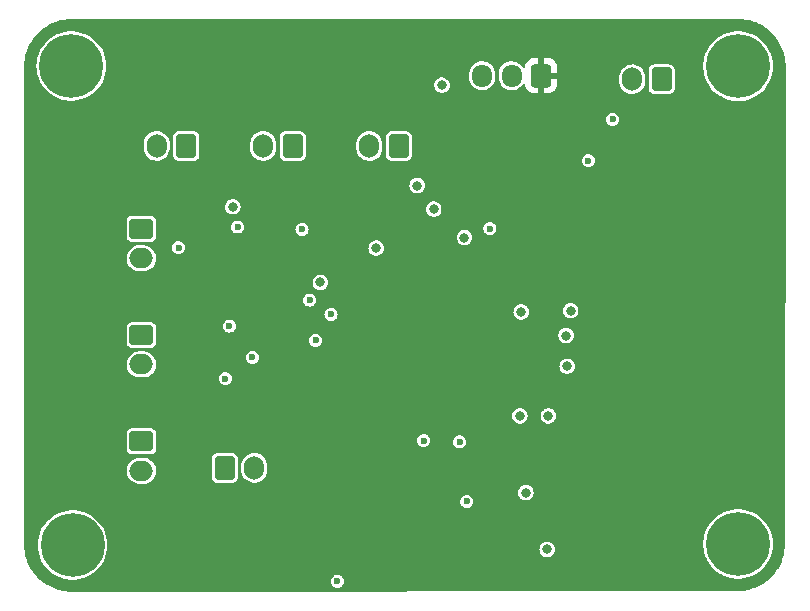
<source format=gbr>
%TF.GenerationSoftware,KiCad,Pcbnew,(7.0.0)*%
%TF.CreationDate,2023-10-25T22:20:09+02:00*%
%TF.ProjectId,ProjetA,50726f6a-6574-4412-9e6b-696361645f70,rev?*%
%TF.SameCoordinates,Original*%
%TF.FileFunction,Copper,L3,Inr*%
%TF.FilePolarity,Positive*%
%FSLAX46Y46*%
G04 Gerber Fmt 4.6, Leading zero omitted, Abs format (unit mm)*
G04 Created by KiCad (PCBNEW (7.0.0)) date 2023-10-25 22:20:09*
%MOMM*%
%LPD*%
G01*
G04 APERTURE LIST*
G04 Aperture macros list*
%AMRoundRect*
0 Rectangle with rounded corners*
0 $1 Rounding radius*
0 $2 $3 $4 $5 $6 $7 $8 $9 X,Y pos of 4 corners*
0 Add a 4 corners polygon primitive as box body*
4,1,4,$2,$3,$4,$5,$6,$7,$8,$9,$2,$3,0*
0 Add four circle primitives for the rounded corners*
1,1,$1+$1,$2,$3*
1,1,$1+$1,$4,$5*
1,1,$1+$1,$6,$7*
1,1,$1+$1,$8,$9*
0 Add four rect primitives between the rounded corners*
20,1,$1+$1,$2,$3,$4,$5,0*
20,1,$1+$1,$4,$5,$6,$7,0*
20,1,$1+$1,$6,$7,$8,$9,0*
20,1,$1+$1,$8,$9,$2,$3,0*%
G04 Aperture macros list end*
%TA.AperFunction,ComponentPad*%
%ADD10RoundRect,0.250000X0.600000X0.750000X-0.600000X0.750000X-0.600000X-0.750000X0.600000X-0.750000X0*%
%TD*%
%TA.AperFunction,ComponentPad*%
%ADD11O,1.700000X2.000000*%
%TD*%
%TA.AperFunction,ComponentPad*%
%ADD12C,0.800000*%
%TD*%
%TA.AperFunction,ComponentPad*%
%ADD13C,5.400000*%
%TD*%
%TA.AperFunction,ComponentPad*%
%ADD14RoundRect,0.250000X-0.750000X0.600000X-0.750000X-0.600000X0.750000X-0.600000X0.750000X0.600000X0*%
%TD*%
%TA.AperFunction,ComponentPad*%
%ADD15O,2.000000X1.700000*%
%TD*%
%TA.AperFunction,ComponentPad*%
%ADD16RoundRect,0.250000X-0.600000X-0.750000X0.600000X-0.750000X0.600000X0.750000X-0.600000X0.750000X0*%
%TD*%
%TA.AperFunction,ComponentPad*%
%ADD17RoundRect,0.250000X0.600000X0.725000X-0.600000X0.725000X-0.600000X-0.725000X0.600000X-0.725000X0*%
%TD*%
%TA.AperFunction,ComponentPad*%
%ADD18O,1.700000X1.950000*%
%TD*%
%TA.AperFunction,ViaPad*%
%ADD19C,0.600000*%
%TD*%
%TA.AperFunction,ViaPad*%
%ADD20C,0.800000*%
%TD*%
G04 APERTURE END LIST*
D10*
%TO.N,/Palm*%
%TO.C,J11*%
X105250000Y-58250000D03*
D11*
%TO.N,GND*%
X102749999Y-58249999D03*
%TD*%
D10*
%TO.N,/Thumb*%
%TO.C,J10*%
X96250000Y-58250000D03*
D11*
%TO.N,GND*%
X93749999Y-58249999D03*
%TD*%
D12*
%TO.N,GND*%
%TO.C,H4*%
X84593109Y-92031891D03*
X85186218Y-90600000D03*
X85186218Y-93463782D03*
X86618109Y-90006891D03*
D13*
X86618109Y-92031891D03*
D12*
X86618109Y-94056891D03*
X88050000Y-90600000D03*
X88050000Y-93463782D03*
X88643109Y-92031891D03*
%TD*%
%TO.N,GND*%
%TO.C,H2*%
X140950000Y-51500000D03*
X141543109Y-50068109D03*
X141543109Y-52931891D03*
X142975000Y-49475000D03*
D13*
X142975000Y-51500000D03*
D12*
X142975000Y-53525000D03*
X144406891Y-50068109D03*
X144406891Y-52931891D03*
X145000000Y-51500000D03*
%TD*%
D10*
%TO.N,/Back Hand*%
%TO.C,J12*%
X114250000Y-58250000D03*
D11*
%TO.N,GND*%
X111749999Y-58249999D03*
%TD*%
D12*
%TO.N,GND*%
%TO.C,H1*%
X84493109Y-51481891D03*
X85086218Y-50050000D03*
X85086218Y-52913782D03*
X86518109Y-49456891D03*
D13*
X86518109Y-51481891D03*
D12*
X86518109Y-53506891D03*
X87950000Y-50050000D03*
X87950000Y-52913782D03*
X88543109Y-51481891D03*
%TD*%
D14*
%TO.N,/Little Finger*%
%TO.C,J9*%
X92450000Y-65250000D03*
D15*
%TO.N,GND*%
X92449999Y-67749999D03*
%TD*%
D10*
%TO.N,GND*%
%TO.C,J4*%
X136500000Y-52600000D03*
D11*
%TO.N,VCC*%
X133999999Y-52599999D03*
%TD*%
D16*
%TO.N,/Index Finger*%
%TO.C,J6*%
X99500000Y-85500000D03*
D11*
%TO.N,GND*%
X101999999Y-85499999D03*
%TD*%
D14*
%TO.N,/Ring Finger*%
%TO.C,J7*%
X92450000Y-83250000D03*
D15*
%TO.N,GND*%
X92449999Y-85749999D03*
%TD*%
D12*
%TO.N,GND*%
%TO.C,H3*%
X140950000Y-91950000D03*
X141543109Y-90518109D03*
X141543109Y-93381891D03*
X142975000Y-89925000D03*
D13*
X142975000Y-91950000D03*
D12*
X142975000Y-93975000D03*
X144406891Y-90518109D03*
X144406891Y-93381891D03*
X145000000Y-91950000D03*
%TD*%
D17*
%TO.N,+3.3V*%
%TO.C,J2*%
X126300000Y-52300000D03*
D18*
%TO.N,GND*%
X123799999Y-52299999D03*
%TO.N,/MyoWare*%
X121299999Y-52299999D03*
%TD*%
D14*
%TO.N,/Midle Fingle*%
%TO.C,J8*%
X92450000Y-74250000D03*
D15*
%TO.N,GND*%
X92449999Y-76749999D03*
%TD*%
D19*
%TO.N,GND*%
X106700000Y-71300000D03*
X130300000Y-59500000D03*
X121950000Y-65250000D03*
X108500000Y-72500000D03*
X99900000Y-73500000D03*
X109050000Y-95100000D03*
X119400000Y-83300000D03*
X116350000Y-83200000D03*
X120000000Y-88350000D03*
X99550000Y-77950000D03*
X100600000Y-65100000D03*
X95600000Y-66850000D03*
D20*
X115800000Y-61600000D03*
X112330000Y-66900000D03*
D19*
X107200000Y-74700000D03*
X132350000Y-56000000D03*
X106050000Y-65300000D03*
X101850000Y-76150000D03*
D20*
%TO.N,+3.3V*%
X109200000Y-80400000D03*
X117600000Y-82400000D03*
X126500000Y-55700000D03*
X130300000Y-74000000D03*
X134100000Y-70900000D03*
X101600000Y-79600000D03*
X134100000Y-60200000D03*
X127200000Y-72900000D03*
X124800000Y-66900000D03*
X110200000Y-67199500D03*
X127599500Y-75600000D03*
X128800000Y-65600000D03*
X144200000Y-64400000D03*
X127900000Y-78400000D03*
X143900000Y-59500000D03*
X144100000Y-62000000D03*
X126800000Y-69900000D03*
X121400000Y-82000000D03*
X133500000Y-84100000D03*
X115100000Y-94400500D03*
X130700000Y-81100000D03*
%TO.N,/NRST*%
X107600000Y-69800000D03*
X119800000Y-66000000D03*
X100200000Y-63400000D03*
%TO.N,/MyoWare*%
X117200000Y-63600000D03*
X117900000Y-53100000D03*
X124500000Y-81100000D03*
%TO.N,/Reset*%
X125000000Y-87600000D03*
X126800000Y-92400000D03*
%TO.N,/I2C1_SCL*%
X128800000Y-72200000D03*
X128400000Y-74300000D03*
%TO.N,/I2C1_SDA*%
X126900000Y-81100000D03*
X128500000Y-76900000D03*
X124600000Y-72300000D03*
%TD*%
%TA.AperFunction,Conductor*%
%TO.N,+3.3V*%
G36*
X143002845Y-47500631D02*
G01*
X143173010Y-47508498D01*
X143369795Y-47518166D01*
X143380787Y-47519201D01*
X143562876Y-47544601D01*
X143563781Y-47544732D01*
X143747261Y-47571949D01*
X143757413Y-47573892D01*
X143938614Y-47616510D01*
X143940023Y-47616852D01*
X144117874Y-47661401D01*
X144127091Y-47664096D01*
X144304478Y-47723550D01*
X144306618Y-47724292D01*
X144478220Y-47785692D01*
X144486519Y-47789004D01*
X144657980Y-47864712D01*
X144660909Y-47866051D01*
X144747263Y-47906892D01*
X144825119Y-47943715D01*
X144832411Y-47947465D01*
X144996435Y-48038827D01*
X144999810Y-48040777D01*
X145155371Y-48134017D01*
X145161670Y-48138058D01*
X145316699Y-48244256D01*
X145320459Y-48246935D01*
X145466009Y-48354882D01*
X145471305Y-48359040D01*
X145616009Y-48479200D01*
X145619947Y-48482617D01*
X145754206Y-48604303D01*
X145758590Y-48608478D01*
X145891520Y-48741408D01*
X145895698Y-48745795D01*
X146017375Y-48880045D01*
X146020805Y-48883998D01*
X146140951Y-49028684D01*
X146145124Y-49034000D01*
X146214350Y-49127340D01*
X146253041Y-49179509D01*
X146255742Y-49183299D01*
X146361940Y-49338328D01*
X146365992Y-49344645D01*
X146370925Y-49352875D01*
X146459200Y-49500153D01*
X146461171Y-49503563D01*
X146552525Y-49667573D01*
X146556291Y-49674896D01*
X146633947Y-49839089D01*
X146635286Y-49842018D01*
X146710994Y-50013479D01*
X146714311Y-50021791D01*
X146775666Y-50193265D01*
X146776487Y-50195634D01*
X146835894Y-50372881D01*
X146838606Y-50382157D01*
X146883104Y-50559803D01*
X146883526Y-50561543D01*
X146926101Y-50742562D01*
X146928053Y-50752758D01*
X146955257Y-50936156D01*
X146955410Y-50937218D01*
X146980794Y-51119184D01*
X146981834Y-51130232D01*
X146991505Y-51327089D01*
X146991522Y-51327447D01*
X146999362Y-51497047D01*
X146999494Y-51502955D01*
X146940117Y-91947215D01*
X146939985Y-91952759D01*
X146932144Y-92122370D01*
X146932127Y-92122729D01*
X146922490Y-92318878D01*
X146921450Y-92329924D01*
X146896117Y-92511530D01*
X146895964Y-92512594D01*
X146868837Y-92695467D01*
X146866885Y-92705661D01*
X146824388Y-92886350D01*
X146823966Y-92888090D01*
X146779608Y-93065179D01*
X146776896Y-93074457D01*
X146717605Y-93251354D01*
X146716785Y-93253721D01*
X146655600Y-93424724D01*
X146652282Y-93433037D01*
X146576743Y-93604114D01*
X146575404Y-93607044D01*
X146497953Y-93770800D01*
X146494187Y-93778122D01*
X146403034Y-93941773D01*
X146401064Y-93945182D01*
X146308117Y-94100256D01*
X146304057Y-94106585D01*
X146198094Y-94261271D01*
X146195393Y-94265060D01*
X146087776Y-94410166D01*
X146083575Y-94415517D01*
X145963728Y-94559843D01*
X145960209Y-94563899D01*
X145838951Y-94697687D01*
X145834754Y-94702095D01*
X145702095Y-94834754D01*
X145697687Y-94838951D01*
X145563899Y-94960209D01*
X145559843Y-94963728D01*
X145415517Y-95083575D01*
X145410166Y-95087776D01*
X145265060Y-95195393D01*
X145261271Y-95198094D01*
X145106585Y-95304057D01*
X145100256Y-95308117D01*
X144945182Y-95401064D01*
X144941773Y-95403034D01*
X144778122Y-95494187D01*
X144770800Y-95497953D01*
X144607044Y-95575404D01*
X144604114Y-95576743D01*
X144433037Y-95652282D01*
X144424724Y-95655600D01*
X144253721Y-95716785D01*
X144251354Y-95717605D01*
X144074457Y-95776896D01*
X144065179Y-95779608D01*
X143888090Y-95823966D01*
X143886350Y-95824388D01*
X143705661Y-95866885D01*
X143695467Y-95868837D01*
X143512594Y-95895964D01*
X143511530Y-95896117D01*
X143329924Y-95921450D01*
X143318878Y-95922490D01*
X143122883Y-95932119D01*
X143122525Y-95932136D01*
X142952788Y-95939984D01*
X142947171Y-95940116D01*
X86502923Y-95990110D01*
X86497086Y-95989978D01*
X86327282Y-95982127D01*
X86326925Y-95982110D01*
X86131122Y-95972491D01*
X86120075Y-95971451D01*
X85938467Y-95946118D01*
X85937403Y-95945965D01*
X85754529Y-95918838D01*
X85744334Y-95916886D01*
X85563664Y-95874393D01*
X85561925Y-95873971D01*
X85384817Y-95829608D01*
X85375540Y-95826896D01*
X85198589Y-95767588D01*
X85196221Y-95766767D01*
X85025302Y-95705611D01*
X85016990Y-95702294D01*
X84845822Y-95626716D01*
X84842891Y-95625376D01*
X84679206Y-95547958D01*
X84671884Y-95544193D01*
X84508244Y-95453046D01*
X84504835Y-95451076D01*
X84424681Y-95403034D01*
X84349718Y-95358103D01*
X84343405Y-95354053D01*
X84188737Y-95248102D01*
X84184948Y-95245401D01*
X84039822Y-95137769D01*
X84034471Y-95133568D01*
X83994047Y-95100000D01*
X108494750Y-95100000D01*
X108495811Y-95108059D01*
X108507664Y-95198094D01*
X108513670Y-95243709D01*
X108516781Y-95251220D01*
X108516782Y-95251223D01*
X108540348Y-95308117D01*
X108569139Y-95377625D01*
X108574084Y-95384069D01*
X108574085Y-95384071D01*
X108625500Y-95451076D01*
X108657379Y-95492621D01*
X108772375Y-95580861D01*
X108906291Y-95636330D01*
X109050000Y-95655250D01*
X109193709Y-95636330D01*
X109327625Y-95580861D01*
X109442621Y-95492621D01*
X109530861Y-95377625D01*
X109586330Y-95243709D01*
X109605250Y-95100000D01*
X109586330Y-94956291D01*
X109530861Y-94822375D01*
X109442621Y-94707379D01*
X109417525Y-94688122D01*
X109334071Y-94624085D01*
X109334069Y-94624084D01*
X109327625Y-94619139D01*
X109260726Y-94591429D01*
X109201223Y-94566782D01*
X109201220Y-94566781D01*
X109193709Y-94563670D01*
X109185649Y-94562608D01*
X109185646Y-94562608D01*
X109058059Y-94545811D01*
X109050000Y-94544750D01*
X109041941Y-94545811D01*
X108914353Y-94562608D01*
X108914348Y-94562609D01*
X108906291Y-94563670D01*
X108898781Y-94566780D01*
X108898776Y-94566782D01*
X108779885Y-94616028D01*
X108779883Y-94616029D01*
X108772375Y-94619139D01*
X108765933Y-94624082D01*
X108765928Y-94624085D01*
X108663821Y-94702435D01*
X108663817Y-94702438D01*
X108657379Y-94707379D01*
X108652438Y-94713817D01*
X108652435Y-94713821D01*
X108574085Y-94815928D01*
X108574082Y-94815933D01*
X108569139Y-94822375D01*
X108566029Y-94829883D01*
X108566028Y-94829885D01*
X108516782Y-94948776D01*
X108516780Y-94948781D01*
X108513670Y-94956291D01*
X108512609Y-94964348D01*
X108512608Y-94964353D01*
X108504785Y-95023778D01*
X108494750Y-95100000D01*
X83994047Y-95100000D01*
X83890175Y-95013746D01*
X83886119Y-95010227D01*
X83752293Y-94888934D01*
X83747885Y-94884737D01*
X83615261Y-94752113D01*
X83611064Y-94747705D01*
X83489771Y-94613879D01*
X83486252Y-94609823D01*
X83366430Y-94465527D01*
X83362229Y-94460176D01*
X83254597Y-94315050D01*
X83251896Y-94311261D01*
X83145945Y-94156593D01*
X83141906Y-94150298D01*
X83048907Y-93995138D01*
X83046952Y-93991754D01*
X82955805Y-93828114D01*
X82952040Y-93820792D01*
X82928395Y-93770800D01*
X82874615Y-93657091D01*
X82873282Y-93654176D01*
X82797704Y-93483008D01*
X82794392Y-93474708D01*
X82733208Y-93303712D01*
X82732443Y-93301504D01*
X82673097Y-93124442D01*
X82670395Y-93115200D01*
X82625995Y-92937941D01*
X82625639Y-92936474D01*
X82583108Y-92755647D01*
X82581163Y-92745488D01*
X82554007Y-92562415D01*
X82553908Y-92561729D01*
X82528545Y-92379907D01*
X82527508Y-92368893D01*
X82517864Y-92172572D01*
X82511360Y-92031891D01*
X83662609Y-92031891D01*
X83662819Y-92035497D01*
X83682382Y-92371390D01*
X83682383Y-92371398D01*
X83682593Y-92375004D01*
X83683219Y-92378558D01*
X83683221Y-92378569D01*
X83739459Y-92697505D01*
X83742275Y-92713476D01*
X83743304Y-92716916D01*
X83743307Y-92716925D01*
X83839814Y-93039284D01*
X83839818Y-93039295D01*
X83840847Y-93042732D01*
X83842266Y-93046023D01*
X83842271Y-93046035D01*
X83975549Y-93355005D01*
X83976978Y-93358317D01*
X83978780Y-93361439D01*
X83978782Y-93361442D01*
X84147016Y-93652833D01*
X84147022Y-93652842D01*
X84148825Y-93655965D01*
X84150975Y-93658853D01*
X84150983Y-93658865D01*
X84351912Y-93928759D01*
X84351918Y-93928766D01*
X84354065Y-93931650D01*
X84589922Y-94181644D01*
X84592680Y-94183958D01*
X84592684Y-94183962D01*
X84680840Y-94257933D01*
X84853207Y-94402566D01*
X85003068Y-94501131D01*
X85098501Y-94563899D01*
X85140359Y-94591429D01*
X85447495Y-94745679D01*
X85770462Y-94863229D01*
X85920249Y-94898729D01*
X86101385Y-94941659D01*
X86101387Y-94941659D01*
X86104892Y-94942490D01*
X86446262Y-94982391D01*
X86786358Y-94982391D01*
X86789956Y-94982391D01*
X87131326Y-94942490D01*
X87465756Y-94863229D01*
X87788723Y-94745679D01*
X88095859Y-94591429D01*
X88383011Y-94402566D01*
X88646296Y-94181644D01*
X88882153Y-93931650D01*
X89087393Y-93655965D01*
X89259240Y-93358317D01*
X89395371Y-93042732D01*
X89493943Y-92713476D01*
X89549218Y-92400000D01*
X126144722Y-92400000D01*
X126145626Y-92407445D01*
X126162858Y-92549370D01*
X126162859Y-92549375D01*
X126163763Y-92556818D01*
X126166422Y-92563831D01*
X126166423Y-92563832D01*
X126216345Y-92695467D01*
X126219780Y-92704523D01*
X126309517Y-92834530D01*
X126427760Y-92939283D01*
X126567635Y-93012696D01*
X126721015Y-93050500D01*
X126871485Y-93050500D01*
X126878985Y-93050500D01*
X127032365Y-93012696D01*
X127172240Y-92939283D01*
X127290483Y-92834530D01*
X127380220Y-92704523D01*
X127436237Y-92556818D01*
X127455278Y-92400000D01*
X127436237Y-92243182D01*
X127380220Y-92095477D01*
X127290483Y-91965470D01*
X127273021Y-91950000D01*
X140019500Y-91950000D01*
X140019710Y-91953606D01*
X140039273Y-92289499D01*
X140039274Y-92289507D01*
X140039484Y-92293113D01*
X140040110Y-92296667D01*
X140040112Y-92296678D01*
X140086969Y-92562415D01*
X140099166Y-92631585D01*
X140100195Y-92635025D01*
X140100198Y-92635034D01*
X140196705Y-92957393D01*
X140196709Y-92957404D01*
X140197738Y-92960841D01*
X140199157Y-92964132D01*
X140199162Y-92964144D01*
X140323054Y-93251354D01*
X140333869Y-93276426D01*
X140335671Y-93279548D01*
X140335673Y-93279551D01*
X140503907Y-93570942D01*
X140503913Y-93570951D01*
X140505716Y-93574074D01*
X140507866Y-93576962D01*
X140507874Y-93576974D01*
X140708803Y-93846868D01*
X140708809Y-93846875D01*
X140710956Y-93849759D01*
X140946813Y-94099753D01*
X140949571Y-94102067D01*
X140949575Y-94102071D01*
X141161554Y-94279942D01*
X141210098Y-94320675D01*
X141213115Y-94322659D01*
X141430334Y-94465527D01*
X141497250Y-94509538D01*
X141804386Y-94663788D01*
X142127353Y-94781338D01*
X142273300Y-94815928D01*
X142458276Y-94859768D01*
X142458278Y-94859768D01*
X142461783Y-94860599D01*
X142803153Y-94900500D01*
X143143249Y-94900500D01*
X143146847Y-94900500D01*
X143488217Y-94860599D01*
X143822647Y-94781338D01*
X144145614Y-94663788D01*
X144452750Y-94509538D01*
X144739902Y-94320675D01*
X145003187Y-94099753D01*
X145239044Y-93849759D01*
X145444284Y-93574074D01*
X145616131Y-93276426D01*
X145752262Y-92960841D01*
X145850834Y-92631585D01*
X145910516Y-92293113D01*
X145930500Y-91950000D01*
X145910516Y-91606887D01*
X145850834Y-91268415D01*
X145752262Y-90939159D01*
X145616131Y-90623574D01*
X145548438Y-90506326D01*
X145446092Y-90329057D01*
X145446089Y-90329053D01*
X145444284Y-90325926D01*
X145442130Y-90323033D01*
X145442125Y-90323025D01*
X145241196Y-90053131D01*
X145241191Y-90053126D01*
X145239044Y-90050241D01*
X145003187Y-89800247D01*
X145000429Y-89797933D01*
X145000424Y-89797928D01*
X144742661Y-89581640D01*
X144742660Y-89581639D01*
X144739902Y-89579325D01*
X144736884Y-89577340D01*
X144455769Y-89392447D01*
X144455761Y-89392442D01*
X144452750Y-89390462D01*
X144389299Y-89358595D01*
X144148851Y-89237837D01*
X144148841Y-89237832D01*
X144145614Y-89236212D01*
X144043552Y-89199064D01*
X143826036Y-89119895D01*
X143826028Y-89119892D01*
X143822647Y-89118662D01*
X143819148Y-89117832D01*
X143819139Y-89117830D01*
X143491723Y-89040231D01*
X143491707Y-89040228D01*
X143488217Y-89039401D01*
X143484652Y-89038984D01*
X143484639Y-89038982D01*
X143150416Y-88999917D01*
X143150413Y-88999916D01*
X143146847Y-88999500D01*
X142803153Y-88999500D01*
X142799587Y-88999916D01*
X142799583Y-88999917D01*
X142465360Y-89038982D01*
X142465344Y-89038984D01*
X142461783Y-89039401D01*
X142458295Y-89040227D01*
X142458276Y-89040231D01*
X142130860Y-89117830D01*
X142130846Y-89117833D01*
X142127353Y-89118662D01*
X142123976Y-89119891D01*
X142123963Y-89119895D01*
X141807787Y-89234974D01*
X141804386Y-89236212D01*
X141801164Y-89237829D01*
X141801148Y-89237837D01*
X141500479Y-89388840D01*
X141500474Y-89388842D01*
X141497250Y-89390462D01*
X141494245Y-89392437D01*
X141494230Y-89392447D01*
X141213115Y-89577340D01*
X141213107Y-89577345D01*
X141210098Y-89579325D01*
X141207347Y-89581632D01*
X141207338Y-89581640D01*
X140949575Y-89797928D01*
X140949561Y-89797940D01*
X140946813Y-89800247D01*
X140944338Y-89802869D01*
X140944333Y-89802875D01*
X140713430Y-90047618D01*
X140713424Y-90047624D01*
X140710956Y-90050241D01*
X140708816Y-90053115D01*
X140708803Y-90053131D01*
X140507874Y-90323025D01*
X140507861Y-90323044D01*
X140505716Y-90325926D01*
X140503917Y-90329040D01*
X140503907Y-90329057D01*
X140335673Y-90620448D01*
X140335667Y-90620458D01*
X140333869Y-90623574D01*
X140332445Y-90626874D01*
X140332440Y-90626885D01*
X140199162Y-90935855D01*
X140199155Y-90935873D01*
X140197738Y-90939159D01*
X140196710Y-90942589D01*
X140196705Y-90942606D01*
X140100198Y-91264965D01*
X140100194Y-91264978D01*
X140099166Y-91268415D01*
X140098540Y-91271960D01*
X140098540Y-91271964D01*
X140040112Y-91603321D01*
X140040110Y-91603334D01*
X140039484Y-91606887D01*
X140039274Y-91610490D01*
X140039273Y-91610500D01*
X140031073Y-91751294D01*
X140019500Y-91950000D01*
X127273021Y-91950000D01*
X127177856Y-91865692D01*
X127177854Y-91865690D01*
X127172240Y-91860717D01*
X127165595Y-91857229D01*
X127165593Y-91857228D01*
X127039006Y-91790789D01*
X127039002Y-91790787D01*
X127032365Y-91787304D01*
X127025087Y-91785510D01*
X127025084Y-91785509D01*
X126886267Y-91751294D01*
X126886260Y-91751293D01*
X126878985Y-91749500D01*
X126721015Y-91749500D01*
X126713740Y-91751292D01*
X126713732Y-91751294D01*
X126574915Y-91785509D01*
X126574909Y-91785510D01*
X126567635Y-91787304D01*
X126561000Y-91790786D01*
X126560993Y-91790789D01*
X126434406Y-91857228D01*
X126434400Y-91857231D01*
X126427760Y-91860717D01*
X126422148Y-91865687D01*
X126422143Y-91865692D01*
X126315127Y-91960499D01*
X126315122Y-91960503D01*
X126309517Y-91965470D01*
X126305262Y-91971634D01*
X126305257Y-91971640D01*
X126224043Y-92089300D01*
X126224040Y-92089303D01*
X126219780Y-92095477D01*
X126217120Y-92102488D01*
X126217118Y-92102494D01*
X126166423Y-92236167D01*
X126163763Y-92243182D01*
X126162859Y-92250622D01*
X126162858Y-92250629D01*
X126148588Y-92368161D01*
X126144722Y-92400000D01*
X89549218Y-92400000D01*
X89553625Y-92375004D01*
X89573609Y-92031891D01*
X89553625Y-91688778D01*
X89493943Y-91350306D01*
X89395371Y-91021050D01*
X89360046Y-90939159D01*
X89260668Y-90708776D01*
X89259240Y-90705465D01*
X89087393Y-90407817D01*
X89085239Y-90404924D01*
X89085234Y-90404916D01*
X88884305Y-90135022D01*
X88884300Y-90135017D01*
X88882153Y-90132132D01*
X88646296Y-89882138D01*
X88643538Y-89879824D01*
X88643533Y-89879819D01*
X88385770Y-89663531D01*
X88385769Y-89663530D01*
X88383011Y-89661216D01*
X88255484Y-89577340D01*
X88098878Y-89474338D01*
X88098870Y-89474333D01*
X88095859Y-89472353D01*
X87936754Y-89392447D01*
X87791960Y-89319728D01*
X87791950Y-89319723D01*
X87788723Y-89318103D01*
X87686661Y-89280955D01*
X87469145Y-89201786D01*
X87469137Y-89201783D01*
X87465756Y-89200553D01*
X87462257Y-89199723D01*
X87462248Y-89199721D01*
X87134832Y-89122122D01*
X87134816Y-89122119D01*
X87131326Y-89121292D01*
X87127761Y-89120875D01*
X87127748Y-89120873D01*
X86793525Y-89081808D01*
X86793522Y-89081807D01*
X86789956Y-89081391D01*
X86446262Y-89081391D01*
X86442696Y-89081807D01*
X86442692Y-89081808D01*
X86108469Y-89120873D01*
X86108453Y-89120875D01*
X86104892Y-89121292D01*
X86101404Y-89122118D01*
X86101385Y-89122122D01*
X85773969Y-89199721D01*
X85773955Y-89199724D01*
X85770462Y-89200553D01*
X85767085Y-89201782D01*
X85767072Y-89201786D01*
X85450896Y-89316865D01*
X85447495Y-89318103D01*
X85444273Y-89319720D01*
X85444257Y-89319728D01*
X85143588Y-89470731D01*
X85143583Y-89470733D01*
X85140359Y-89472353D01*
X85137354Y-89474328D01*
X85137339Y-89474338D01*
X84856224Y-89659231D01*
X84856216Y-89659236D01*
X84853207Y-89661216D01*
X84850456Y-89663523D01*
X84850447Y-89663531D01*
X84592684Y-89879819D01*
X84592670Y-89879831D01*
X84589922Y-89882138D01*
X84587447Y-89884760D01*
X84587442Y-89884766D01*
X84356539Y-90129509D01*
X84356533Y-90129515D01*
X84354065Y-90132132D01*
X84351925Y-90135006D01*
X84351912Y-90135022D01*
X84150983Y-90404916D01*
X84150970Y-90404935D01*
X84148825Y-90407817D01*
X84147026Y-90410931D01*
X84147016Y-90410948D01*
X83978782Y-90702339D01*
X83978776Y-90702349D01*
X83976978Y-90705465D01*
X83975554Y-90708765D01*
X83975549Y-90708776D01*
X83842271Y-91017746D01*
X83842264Y-91017764D01*
X83840847Y-91021050D01*
X83839819Y-91024480D01*
X83839814Y-91024497D01*
X83743307Y-91346856D01*
X83743303Y-91346869D01*
X83742275Y-91350306D01*
X83741649Y-91353851D01*
X83741649Y-91353855D01*
X83683221Y-91685212D01*
X83683219Y-91685225D01*
X83682593Y-91688778D01*
X83682383Y-91692381D01*
X83682382Y-91692391D01*
X83664466Y-92000000D01*
X83662609Y-92031891D01*
X82511360Y-92031891D01*
X82510017Y-92002843D01*
X82509886Y-91997134D01*
X82510731Y-88350000D01*
X119444750Y-88350000D01*
X119463670Y-88493709D01*
X119519139Y-88627625D01*
X119607379Y-88742621D01*
X119722375Y-88830861D01*
X119856291Y-88886330D01*
X120000000Y-88905250D01*
X120143709Y-88886330D01*
X120277625Y-88830861D01*
X120392621Y-88742621D01*
X120480861Y-88627625D01*
X120536330Y-88493709D01*
X120555250Y-88350000D01*
X120536330Y-88206291D01*
X120480861Y-88072375D01*
X120392621Y-87957379D01*
X120277625Y-87869139D01*
X120241592Y-87854214D01*
X120151223Y-87816782D01*
X120151220Y-87816781D01*
X120143709Y-87813670D01*
X120135649Y-87812608D01*
X120135646Y-87812608D01*
X120008059Y-87795811D01*
X120000000Y-87794750D01*
X119991941Y-87795811D01*
X119864353Y-87812608D01*
X119864348Y-87812609D01*
X119856291Y-87813670D01*
X119848781Y-87816780D01*
X119848776Y-87816782D01*
X119729885Y-87866028D01*
X119729883Y-87866029D01*
X119722375Y-87869139D01*
X119715933Y-87874082D01*
X119715928Y-87874085D01*
X119613821Y-87952435D01*
X119613817Y-87952438D01*
X119607379Y-87957379D01*
X119602438Y-87963817D01*
X119602435Y-87963821D01*
X119524085Y-88065928D01*
X119524082Y-88065933D01*
X119519139Y-88072375D01*
X119516029Y-88079883D01*
X119516028Y-88079885D01*
X119466782Y-88198776D01*
X119466780Y-88198781D01*
X119463670Y-88206291D01*
X119462609Y-88214348D01*
X119462608Y-88214353D01*
X119445811Y-88341941D01*
X119444750Y-88350000D01*
X82510731Y-88350000D01*
X82510905Y-87600000D01*
X124344722Y-87600000D01*
X124345626Y-87607445D01*
X124362858Y-87749370D01*
X124362859Y-87749375D01*
X124363763Y-87756818D01*
X124366422Y-87763831D01*
X124366423Y-87763832D01*
X124406360Y-87869139D01*
X124419780Y-87904523D01*
X124509517Y-88034530D01*
X124627760Y-88139283D01*
X124767635Y-88212696D01*
X124921015Y-88250500D01*
X125071485Y-88250500D01*
X125078985Y-88250500D01*
X125232365Y-88212696D01*
X125372240Y-88139283D01*
X125490483Y-88034530D01*
X125580220Y-87904523D01*
X125636237Y-87756818D01*
X125655278Y-87600000D01*
X125636237Y-87443182D01*
X125580220Y-87295477D01*
X125490483Y-87165470D01*
X125372240Y-87060717D01*
X125365595Y-87057229D01*
X125365593Y-87057228D01*
X125239006Y-86990789D01*
X125239002Y-86990787D01*
X125232365Y-86987304D01*
X125225087Y-86985510D01*
X125225084Y-86985509D01*
X125086267Y-86951294D01*
X125086260Y-86951293D01*
X125078985Y-86949500D01*
X124921015Y-86949500D01*
X124913740Y-86951292D01*
X124913732Y-86951294D01*
X124774915Y-86985509D01*
X124774909Y-86985510D01*
X124767635Y-86987304D01*
X124761000Y-86990786D01*
X124760993Y-86990789D01*
X124634406Y-87057228D01*
X124634400Y-87057231D01*
X124627760Y-87060717D01*
X124622148Y-87065687D01*
X124622143Y-87065692D01*
X124515127Y-87160499D01*
X124515122Y-87160503D01*
X124509517Y-87165470D01*
X124505262Y-87171634D01*
X124505257Y-87171640D01*
X124424043Y-87289300D01*
X124424040Y-87289303D01*
X124419780Y-87295477D01*
X124417120Y-87302488D01*
X124417118Y-87302494D01*
X124366423Y-87436167D01*
X124363763Y-87443182D01*
X124362859Y-87450622D01*
X124362858Y-87450629D01*
X124346070Y-87588896D01*
X124344722Y-87600000D01*
X82510905Y-87600000D01*
X82511346Y-85697398D01*
X91195746Y-85697398D01*
X91196026Y-85703282D01*
X91196026Y-85703289D01*
X91200757Y-85802602D01*
X91205746Y-85907330D01*
X91207135Y-85913058D01*
X91207137Y-85913067D01*
X91229389Y-86004788D01*
X91255296Y-86111576D01*
X91257749Y-86116947D01*
X91338857Y-86294550D01*
X91342604Y-86302753D01*
X91346031Y-86307566D01*
X91346032Y-86307567D01*
X91423783Y-86416754D01*
X91464514Y-86473952D01*
X91468791Y-86478030D01*
X91604466Y-86607396D01*
X91616622Y-86618986D01*
X91793428Y-86732613D01*
X91798911Y-86734808D01*
X91798913Y-86734809D01*
X91983060Y-86808530D01*
X91988543Y-86810725D01*
X92194915Y-86850500D01*
X92649471Y-86850500D01*
X92652425Y-86850500D01*
X92809218Y-86835528D01*
X93010875Y-86776316D01*
X93197682Y-86680011D01*
X93362886Y-86550092D01*
X93500519Y-86391256D01*
X93556336Y-86294578D01*
X98399500Y-86294578D01*
X98399501Y-86297872D01*
X98399853Y-86301150D01*
X98399854Y-86301161D01*
X98405079Y-86349768D01*
X98405080Y-86349773D01*
X98405909Y-86357483D01*
X98408619Y-86364749D01*
X98408620Y-86364753D01*
X98442217Y-86454831D01*
X98456204Y-86492331D01*
X98461518Y-86499430D01*
X98461519Y-86499431D01*
X98502178Y-86553745D01*
X98542454Y-86607546D01*
X98657669Y-86693796D01*
X98792517Y-86744091D01*
X98852127Y-86750500D01*
X100147872Y-86750499D01*
X100207483Y-86744091D01*
X100342331Y-86693796D01*
X100457546Y-86607546D01*
X100543796Y-86492331D01*
X100594091Y-86357483D01*
X100600500Y-86297873D01*
X100600500Y-85702425D01*
X100899500Y-85702425D01*
X100899779Y-85705354D01*
X100899780Y-85705360D01*
X100909065Y-85802602D01*
X100914472Y-85859218D01*
X100916137Y-85864888D01*
X100958931Y-86010633D01*
X100973684Y-86060875D01*
X101069989Y-86247682D01*
X101073642Y-86252327D01*
X101162054Y-86364752D01*
X101199908Y-86412886D01*
X101358744Y-86550519D01*
X101540756Y-86655604D01*
X101739367Y-86724344D01*
X101947398Y-86754254D01*
X102157330Y-86744254D01*
X102361576Y-86694704D01*
X102552753Y-86607396D01*
X102723952Y-86485486D01*
X102868986Y-86333378D01*
X102982613Y-86156572D01*
X103060725Y-85961457D01*
X103100500Y-85755085D01*
X103100500Y-85297575D01*
X103085528Y-85140782D01*
X103026316Y-84939125D01*
X102930011Y-84752318D01*
X102800092Y-84587114D01*
X102641256Y-84449481D01*
X102459244Y-84344396D01*
X102453660Y-84342463D01*
X102453655Y-84342461D01*
X102266214Y-84277587D01*
X102266208Y-84277585D01*
X102260633Y-84275656D01*
X102254794Y-84274816D01*
X102254788Y-84274815D01*
X102058441Y-84246585D01*
X102058435Y-84246584D01*
X102052602Y-84245746D01*
X102046716Y-84246026D01*
X102046710Y-84246026D01*
X101848567Y-84255465D01*
X101848565Y-84255465D01*
X101842670Y-84255746D01*
X101836942Y-84257135D01*
X101836932Y-84257137D01*
X101644160Y-84303904D01*
X101644155Y-84303905D01*
X101638424Y-84305296D01*
X101633054Y-84307747D01*
X101633052Y-84307749D01*
X101452621Y-84390149D01*
X101452614Y-84390152D01*
X101447247Y-84392604D01*
X101442437Y-84396028D01*
X101442432Y-84396032D01*
X101280865Y-84511083D01*
X101280859Y-84511087D01*
X101276048Y-84514514D01*
X101271974Y-84518786D01*
X101271969Y-84518791D01*
X101135088Y-84662348D01*
X101135082Y-84662355D01*
X101131014Y-84666622D01*
X101127822Y-84671588D01*
X101127821Y-84671590D01*
X101020582Y-84838455D01*
X101020578Y-84838462D01*
X101017387Y-84843428D01*
X101015195Y-84848903D01*
X101015190Y-84848913D01*
X100941469Y-85033060D01*
X100941466Y-85033069D01*
X100939275Y-85038543D01*
X100938158Y-85044334D01*
X100938156Y-85044344D01*
X100900617Y-85239117D01*
X100899500Y-85244915D01*
X100899500Y-85702425D01*
X100600500Y-85702425D01*
X100600499Y-84702128D01*
X100594091Y-84642517D01*
X100543796Y-84507669D01*
X100457546Y-84392454D01*
X100401501Y-84350499D01*
X100349431Y-84311519D01*
X100349430Y-84311518D01*
X100342331Y-84306204D01*
X100265605Y-84277587D01*
X100214752Y-84258620D01*
X100214750Y-84258619D01*
X100207483Y-84255909D01*
X100199770Y-84255079D01*
X100199767Y-84255079D01*
X100151180Y-84249855D01*
X100151169Y-84249854D01*
X100147873Y-84249500D01*
X100144550Y-84249500D01*
X98855439Y-84249500D01*
X98855420Y-84249500D01*
X98852128Y-84249501D01*
X98848850Y-84249853D01*
X98848838Y-84249854D01*
X98800231Y-84255079D01*
X98800225Y-84255080D01*
X98792517Y-84255909D01*
X98785252Y-84258618D01*
X98785246Y-84258620D01*
X98665980Y-84303104D01*
X98665978Y-84303104D01*
X98657669Y-84306204D01*
X98650572Y-84311516D01*
X98650568Y-84311519D01*
X98549550Y-84387141D01*
X98549546Y-84387144D01*
X98542454Y-84392454D01*
X98537144Y-84399546D01*
X98537141Y-84399550D01*
X98461519Y-84500568D01*
X98461516Y-84500572D01*
X98456204Y-84507669D01*
X98453104Y-84515978D01*
X98453104Y-84515980D01*
X98408620Y-84635247D01*
X98408619Y-84635250D01*
X98405909Y-84642517D01*
X98405079Y-84650227D01*
X98405079Y-84650232D01*
X98399855Y-84698819D01*
X98399854Y-84698831D01*
X98399500Y-84702127D01*
X98399500Y-84705448D01*
X98399500Y-84705449D01*
X98399500Y-86294560D01*
X98399500Y-86294578D01*
X93556336Y-86294578D01*
X93605604Y-86209244D01*
X93674344Y-86010633D01*
X93704254Y-85802602D01*
X93694254Y-85592670D01*
X93644704Y-85388424D01*
X93557396Y-85197247D01*
X93435486Y-85026048D01*
X93350262Y-84944787D01*
X93287651Y-84885088D01*
X93287649Y-84885086D01*
X93283378Y-84881014D01*
X93184210Y-84817282D01*
X93111544Y-84770582D01*
X93111541Y-84770580D01*
X93106572Y-84767387D01*
X93101092Y-84765193D01*
X93101086Y-84765190D01*
X92916939Y-84691469D01*
X92916932Y-84691467D01*
X92911457Y-84689275D01*
X92905662Y-84688158D01*
X92905655Y-84688156D01*
X92710882Y-84650617D01*
X92710879Y-84650616D01*
X92705085Y-84649500D01*
X92247575Y-84649500D01*
X92244646Y-84649779D01*
X92244639Y-84649780D01*
X92096662Y-84663910D01*
X92096656Y-84663911D01*
X92090782Y-84664472D01*
X92085112Y-84666136D01*
X92085111Y-84666137D01*
X91894787Y-84722021D01*
X91894782Y-84722022D01*
X91889125Y-84723684D01*
X91883884Y-84726385D01*
X91883881Y-84726387D01*
X91707568Y-84817282D01*
X91707564Y-84817284D01*
X91702318Y-84819989D01*
X91697676Y-84823638D01*
X91697672Y-84823642D01*
X91541759Y-84946254D01*
X91541752Y-84946260D01*
X91537114Y-84949908D01*
X91533250Y-84954367D01*
X91533245Y-84954372D01*
X91455284Y-85044344D01*
X91399481Y-85108744D01*
X91396530Y-85113854D01*
X91396528Y-85113858D01*
X91297352Y-85285635D01*
X91297349Y-85285640D01*
X91294396Y-85290756D01*
X91292465Y-85296335D01*
X91292461Y-85296344D01*
X91227587Y-85483785D01*
X91227584Y-85483794D01*
X91225656Y-85489367D01*
X91224816Y-85495203D01*
X91224815Y-85495211D01*
X91196585Y-85691558D01*
X91196584Y-85691564D01*
X91195746Y-85697398D01*
X82511346Y-85697398D01*
X82511764Y-83894578D01*
X91199500Y-83894578D01*
X91199501Y-83897872D01*
X91199853Y-83901150D01*
X91199854Y-83901161D01*
X91205079Y-83949768D01*
X91205080Y-83949773D01*
X91205909Y-83957483D01*
X91208619Y-83964749D01*
X91208620Y-83964753D01*
X91242217Y-84054831D01*
X91256204Y-84092331D01*
X91342454Y-84207546D01*
X91457669Y-84293796D01*
X91592517Y-84344091D01*
X91652127Y-84350500D01*
X93247872Y-84350499D01*
X93307483Y-84344091D01*
X93442331Y-84293796D01*
X93557546Y-84207546D01*
X93643796Y-84092331D01*
X93694091Y-83957483D01*
X93700500Y-83897873D01*
X93700499Y-83200000D01*
X115794750Y-83200000D01*
X115795811Y-83208059D01*
X115808976Y-83308059D01*
X115813670Y-83343709D01*
X115869139Y-83477625D01*
X115957379Y-83592621D01*
X116072375Y-83680861D01*
X116206291Y-83736330D01*
X116350000Y-83755250D01*
X116493709Y-83736330D01*
X116627625Y-83680861D01*
X116742621Y-83592621D01*
X116830861Y-83477625D01*
X116886330Y-83343709D01*
X116892085Y-83300000D01*
X118844750Y-83300000D01*
X118845811Y-83308059D01*
X118850504Y-83343709D01*
X118863670Y-83443709D01*
X118919139Y-83577625D01*
X118924084Y-83584069D01*
X118924085Y-83584071D01*
X119002435Y-83686178D01*
X119007379Y-83692621D01*
X119122375Y-83780861D01*
X119256291Y-83836330D01*
X119400000Y-83855250D01*
X119543709Y-83836330D01*
X119677625Y-83780861D01*
X119792621Y-83692621D01*
X119880861Y-83577625D01*
X119936330Y-83443709D01*
X119955250Y-83300000D01*
X119936330Y-83156291D01*
X119880861Y-83022375D01*
X119792621Y-82907379D01*
X119677625Y-82819139D01*
X119637297Y-82802435D01*
X119551223Y-82766782D01*
X119551220Y-82766781D01*
X119543709Y-82763670D01*
X119535649Y-82762608D01*
X119535646Y-82762608D01*
X119408059Y-82745811D01*
X119400000Y-82744750D01*
X119391941Y-82745811D01*
X119264353Y-82762608D01*
X119264348Y-82762609D01*
X119256291Y-82763670D01*
X119248781Y-82766780D01*
X119248776Y-82766782D01*
X119129885Y-82816028D01*
X119129883Y-82816029D01*
X119122375Y-82819139D01*
X119115933Y-82824082D01*
X119115928Y-82824085D01*
X119013821Y-82902435D01*
X119013817Y-82902438D01*
X119007379Y-82907379D01*
X119002438Y-82913817D01*
X119002435Y-82913821D01*
X118924085Y-83015928D01*
X118924082Y-83015933D01*
X118919139Y-83022375D01*
X118916029Y-83029883D01*
X118916028Y-83029885D01*
X118866782Y-83148776D01*
X118866780Y-83148781D01*
X118863670Y-83156291D01*
X118862609Y-83164348D01*
X118862608Y-83164353D01*
X118857915Y-83200000D01*
X118844750Y-83300000D01*
X116892085Y-83300000D01*
X116905250Y-83200000D01*
X116886330Y-83056291D01*
X116830861Y-82922375D01*
X116742621Y-82807379D01*
X116684275Y-82762608D01*
X116634071Y-82724085D01*
X116634069Y-82724084D01*
X116627625Y-82719139D01*
X116591592Y-82704214D01*
X116501223Y-82666782D01*
X116501220Y-82666781D01*
X116493709Y-82663670D01*
X116485649Y-82662608D01*
X116485646Y-82662608D01*
X116358059Y-82645811D01*
X116350000Y-82644750D01*
X116341941Y-82645811D01*
X116214353Y-82662608D01*
X116214348Y-82662609D01*
X116206291Y-82663670D01*
X116198781Y-82666780D01*
X116198776Y-82666782D01*
X116079885Y-82716028D01*
X116079883Y-82716029D01*
X116072375Y-82719139D01*
X116065933Y-82724082D01*
X116065928Y-82724085D01*
X115963821Y-82802435D01*
X115963817Y-82802438D01*
X115957379Y-82807379D01*
X115952438Y-82813817D01*
X115952435Y-82813821D01*
X115874085Y-82915928D01*
X115874082Y-82915933D01*
X115869139Y-82922375D01*
X115866029Y-82929883D01*
X115866028Y-82929885D01*
X115816782Y-83048776D01*
X115816780Y-83048781D01*
X115813670Y-83056291D01*
X115812609Y-83064348D01*
X115812608Y-83064353D01*
X115799443Y-83164353D01*
X115794750Y-83200000D01*
X93700499Y-83200000D01*
X93700499Y-82602128D01*
X93694091Y-82542517D01*
X93643796Y-82407669D01*
X93557546Y-82292454D01*
X93442331Y-82206204D01*
X93307483Y-82155909D01*
X93299770Y-82155079D01*
X93299767Y-82155079D01*
X93251180Y-82149855D01*
X93251169Y-82149854D01*
X93247873Y-82149500D01*
X93244550Y-82149500D01*
X91655439Y-82149500D01*
X91655420Y-82149500D01*
X91652128Y-82149501D01*
X91648850Y-82149853D01*
X91648838Y-82149854D01*
X91600231Y-82155079D01*
X91600225Y-82155080D01*
X91592517Y-82155909D01*
X91585252Y-82158618D01*
X91585246Y-82158620D01*
X91465980Y-82203104D01*
X91465978Y-82203104D01*
X91457669Y-82206204D01*
X91450572Y-82211516D01*
X91450568Y-82211519D01*
X91349550Y-82287141D01*
X91349546Y-82287144D01*
X91342454Y-82292454D01*
X91337144Y-82299546D01*
X91337141Y-82299550D01*
X91261519Y-82400568D01*
X91261516Y-82400572D01*
X91256204Y-82407669D01*
X91253104Y-82415978D01*
X91253104Y-82415980D01*
X91208620Y-82535247D01*
X91208619Y-82535250D01*
X91205909Y-82542517D01*
X91205079Y-82550227D01*
X91205079Y-82550232D01*
X91199855Y-82598819D01*
X91199854Y-82598831D01*
X91199500Y-82602127D01*
X91199500Y-82605448D01*
X91199500Y-82605449D01*
X91199500Y-83894560D01*
X91199500Y-83894578D01*
X82511764Y-83894578D01*
X82512411Y-81100000D01*
X123844722Y-81100000D01*
X123845626Y-81107445D01*
X123862858Y-81249370D01*
X123862859Y-81249375D01*
X123863763Y-81256818D01*
X123919780Y-81404523D01*
X124009517Y-81534530D01*
X124127760Y-81639283D01*
X124267635Y-81712696D01*
X124421015Y-81750500D01*
X124571485Y-81750500D01*
X124578985Y-81750500D01*
X124732365Y-81712696D01*
X124872240Y-81639283D01*
X124990483Y-81534530D01*
X125080220Y-81404523D01*
X125136237Y-81256818D01*
X125155278Y-81100000D01*
X126244722Y-81100000D01*
X126245626Y-81107445D01*
X126262858Y-81249370D01*
X126262859Y-81249375D01*
X126263763Y-81256818D01*
X126319780Y-81404523D01*
X126409517Y-81534530D01*
X126527760Y-81639283D01*
X126667635Y-81712696D01*
X126821015Y-81750500D01*
X126971485Y-81750500D01*
X126978985Y-81750500D01*
X127132365Y-81712696D01*
X127272240Y-81639283D01*
X127390483Y-81534530D01*
X127480220Y-81404523D01*
X127536237Y-81256818D01*
X127555278Y-81100000D01*
X127536237Y-80943182D01*
X127480220Y-80795477D01*
X127390483Y-80665470D01*
X127272240Y-80560717D01*
X127265595Y-80557229D01*
X127265593Y-80557228D01*
X127139006Y-80490789D01*
X127139002Y-80490787D01*
X127132365Y-80487304D01*
X127125087Y-80485510D01*
X127125084Y-80485509D01*
X126986267Y-80451294D01*
X126986260Y-80451293D01*
X126978985Y-80449500D01*
X126821015Y-80449500D01*
X126813740Y-80451292D01*
X126813732Y-80451294D01*
X126674915Y-80485509D01*
X126674909Y-80485510D01*
X126667635Y-80487304D01*
X126661000Y-80490786D01*
X126660993Y-80490789D01*
X126534406Y-80557228D01*
X126534400Y-80557231D01*
X126527760Y-80560717D01*
X126522148Y-80565687D01*
X126522143Y-80565692D01*
X126415127Y-80660499D01*
X126415122Y-80660503D01*
X126409517Y-80665470D01*
X126405262Y-80671634D01*
X126405257Y-80671640D01*
X126324043Y-80789300D01*
X126324040Y-80789303D01*
X126319780Y-80795477D01*
X126317120Y-80802488D01*
X126317118Y-80802494D01*
X126266423Y-80936167D01*
X126263763Y-80943182D01*
X126262859Y-80950622D01*
X126262858Y-80950629D01*
X126246070Y-81088896D01*
X126244722Y-81100000D01*
X125155278Y-81100000D01*
X125136237Y-80943182D01*
X125080220Y-80795477D01*
X124990483Y-80665470D01*
X124872240Y-80560717D01*
X124865595Y-80557229D01*
X124865593Y-80557228D01*
X124739006Y-80490789D01*
X124739002Y-80490787D01*
X124732365Y-80487304D01*
X124725087Y-80485510D01*
X124725084Y-80485509D01*
X124586267Y-80451294D01*
X124586260Y-80451293D01*
X124578985Y-80449500D01*
X124421015Y-80449500D01*
X124413740Y-80451292D01*
X124413732Y-80451294D01*
X124274915Y-80485509D01*
X124274909Y-80485510D01*
X124267635Y-80487304D01*
X124261000Y-80490786D01*
X124260993Y-80490789D01*
X124134406Y-80557228D01*
X124134400Y-80557231D01*
X124127760Y-80560717D01*
X124122148Y-80565687D01*
X124122143Y-80565692D01*
X124015127Y-80660499D01*
X124015122Y-80660503D01*
X124009517Y-80665470D01*
X124005262Y-80671634D01*
X124005257Y-80671640D01*
X123924043Y-80789300D01*
X123924040Y-80789303D01*
X123919780Y-80795477D01*
X123917120Y-80802488D01*
X123917118Y-80802494D01*
X123866423Y-80936167D01*
X123863763Y-80943182D01*
X123862859Y-80950622D01*
X123862858Y-80950629D01*
X123846070Y-81088896D01*
X123844722Y-81100000D01*
X82512411Y-81100000D01*
X82513141Y-77950000D01*
X98994750Y-77950000D01*
X99013670Y-78093709D01*
X99069139Y-78227625D01*
X99157379Y-78342621D01*
X99272375Y-78430861D01*
X99406291Y-78486330D01*
X99550000Y-78505250D01*
X99693709Y-78486330D01*
X99827625Y-78430861D01*
X99942621Y-78342621D01*
X100030861Y-78227625D01*
X100086330Y-78093709D01*
X100105250Y-77950000D01*
X100086330Y-77806291D01*
X100030861Y-77672375D01*
X99942621Y-77557379D01*
X99933656Y-77550500D01*
X99834071Y-77474085D01*
X99834069Y-77474084D01*
X99827625Y-77469139D01*
X99763966Y-77442771D01*
X99701223Y-77416782D01*
X99701220Y-77416781D01*
X99693709Y-77413670D01*
X99685649Y-77412608D01*
X99685646Y-77412608D01*
X99558059Y-77395811D01*
X99550000Y-77394750D01*
X99541941Y-77395811D01*
X99414353Y-77412608D01*
X99414348Y-77412609D01*
X99406291Y-77413670D01*
X99398781Y-77416780D01*
X99398776Y-77416782D01*
X99279885Y-77466028D01*
X99279883Y-77466029D01*
X99272375Y-77469139D01*
X99265933Y-77474082D01*
X99265928Y-77474085D01*
X99163821Y-77552435D01*
X99163817Y-77552438D01*
X99157379Y-77557379D01*
X99152438Y-77563817D01*
X99152435Y-77563821D01*
X99074085Y-77665928D01*
X99074082Y-77665933D01*
X99069139Y-77672375D01*
X99066029Y-77679883D01*
X99066028Y-77679885D01*
X99016782Y-77798776D01*
X99016780Y-77798781D01*
X99013670Y-77806291D01*
X99012609Y-77814348D01*
X99012608Y-77814353D01*
X98995811Y-77941941D01*
X98994750Y-77950000D01*
X82513141Y-77950000D01*
X82513431Y-76697398D01*
X91195746Y-76697398D01*
X91196026Y-76703282D01*
X91196026Y-76703289D01*
X91200757Y-76802602D01*
X91205746Y-76907330D01*
X91207135Y-76913058D01*
X91207137Y-76913067D01*
X91243713Y-77063832D01*
X91255296Y-77111576D01*
X91342604Y-77302753D01*
X91346031Y-77307566D01*
X91346032Y-77307567D01*
X91423803Y-77416782D01*
X91464514Y-77473952D01*
X91616622Y-77618986D01*
X91793428Y-77732613D01*
X91798911Y-77734808D01*
X91798913Y-77734809D01*
X91958696Y-77798776D01*
X91988543Y-77810725D01*
X92194915Y-77850500D01*
X92649471Y-77850500D01*
X92652425Y-77850500D01*
X92809218Y-77835528D01*
X93010875Y-77776316D01*
X93197682Y-77680011D01*
X93362886Y-77550092D01*
X93500519Y-77391256D01*
X93605604Y-77209244D01*
X93674344Y-77010633D01*
X93690250Y-76900000D01*
X127844722Y-76900000D01*
X127845626Y-76907445D01*
X127862858Y-77049370D01*
X127862859Y-77049375D01*
X127863763Y-77056818D01*
X127919780Y-77204523D01*
X127924043Y-77210699D01*
X127990905Y-77307567D01*
X128009517Y-77334530D01*
X128015126Y-77339499D01*
X128015127Y-77339500D01*
X128098848Y-77413670D01*
X128127760Y-77439283D01*
X128267635Y-77512696D01*
X128421015Y-77550500D01*
X128571485Y-77550500D01*
X128578985Y-77550500D01*
X128732365Y-77512696D01*
X128872240Y-77439283D01*
X128990483Y-77334530D01*
X129080220Y-77204523D01*
X129136237Y-77056818D01*
X129155278Y-76900000D01*
X129136237Y-76743182D01*
X129080220Y-76595477D01*
X128990483Y-76465470D01*
X128984872Y-76460499D01*
X128877856Y-76365692D01*
X128877854Y-76365690D01*
X128872240Y-76360717D01*
X128865595Y-76357229D01*
X128865593Y-76357228D01*
X128739006Y-76290789D01*
X128739002Y-76290787D01*
X128732365Y-76287304D01*
X128725087Y-76285510D01*
X128725084Y-76285509D01*
X128586267Y-76251294D01*
X128586260Y-76251293D01*
X128578985Y-76249500D01*
X128421015Y-76249500D01*
X128413740Y-76251292D01*
X128413732Y-76251294D01*
X128274915Y-76285509D01*
X128274909Y-76285510D01*
X128267635Y-76287304D01*
X128261000Y-76290786D01*
X128260993Y-76290789D01*
X128134406Y-76357228D01*
X128134400Y-76357231D01*
X128127760Y-76360717D01*
X128122148Y-76365687D01*
X128122143Y-76365692D01*
X128015127Y-76460499D01*
X128015122Y-76460503D01*
X128009517Y-76465470D01*
X128005262Y-76471634D01*
X128005257Y-76471640D01*
X127924043Y-76589300D01*
X127924040Y-76589303D01*
X127919780Y-76595477D01*
X127917120Y-76602488D01*
X127917118Y-76602494D01*
X127866423Y-76736167D01*
X127863763Y-76743182D01*
X127862859Y-76750622D01*
X127862858Y-76750629D01*
X127856548Y-76802602D01*
X127844722Y-76900000D01*
X93690250Y-76900000D01*
X93704254Y-76802602D01*
X93694254Y-76592670D01*
X93644704Y-76388424D01*
X93557396Y-76197247D01*
X93523752Y-76150000D01*
X101294750Y-76150000D01*
X101295811Y-76158059D01*
X101307849Y-76249500D01*
X101313670Y-76293709D01*
X101316781Y-76301220D01*
X101316782Y-76301223D01*
X101352902Y-76388424D01*
X101369139Y-76427625D01*
X101374084Y-76434069D01*
X101374085Y-76434071D01*
X101421000Y-76495211D01*
X101457379Y-76542621D01*
X101572375Y-76630861D01*
X101706291Y-76686330D01*
X101850000Y-76705250D01*
X101993709Y-76686330D01*
X102127625Y-76630861D01*
X102242621Y-76542621D01*
X102330861Y-76427625D01*
X102386330Y-76293709D01*
X102405250Y-76150000D01*
X102386330Y-76006291D01*
X102330861Y-75872375D01*
X102242621Y-75757379D01*
X102153867Y-75689275D01*
X102134071Y-75674085D01*
X102134069Y-75674084D01*
X102127625Y-75669139D01*
X102080212Y-75649500D01*
X102001223Y-75616782D01*
X102001220Y-75616781D01*
X101993709Y-75613670D01*
X101985649Y-75612608D01*
X101985646Y-75612608D01*
X101858059Y-75595811D01*
X101850000Y-75594750D01*
X101841941Y-75595811D01*
X101714353Y-75612608D01*
X101714348Y-75612609D01*
X101706291Y-75613670D01*
X101698781Y-75616780D01*
X101698776Y-75616782D01*
X101579885Y-75666028D01*
X101579883Y-75666029D01*
X101572375Y-75669139D01*
X101565933Y-75674082D01*
X101565928Y-75674085D01*
X101463821Y-75752435D01*
X101463817Y-75752438D01*
X101457379Y-75757379D01*
X101452438Y-75763817D01*
X101452435Y-75763821D01*
X101374085Y-75865928D01*
X101374082Y-75865933D01*
X101369139Y-75872375D01*
X101366029Y-75879883D01*
X101366028Y-75879885D01*
X101316782Y-75998776D01*
X101316780Y-75998781D01*
X101313670Y-76006291D01*
X101312609Y-76014348D01*
X101312608Y-76014353D01*
X101299508Y-76113858D01*
X101294750Y-76150000D01*
X93523752Y-76150000D01*
X93435486Y-76026048D01*
X93283378Y-75881014D01*
X93184210Y-75817282D01*
X93111544Y-75770582D01*
X93111541Y-75770580D01*
X93106572Y-75767387D01*
X93101092Y-75765193D01*
X93101086Y-75765190D01*
X92916939Y-75691469D01*
X92916932Y-75691467D01*
X92911457Y-75689275D01*
X92905662Y-75688158D01*
X92905655Y-75688156D01*
X92710882Y-75650617D01*
X92710879Y-75650616D01*
X92705085Y-75649500D01*
X92247575Y-75649500D01*
X92244646Y-75649779D01*
X92244639Y-75649780D01*
X92096662Y-75663910D01*
X92096656Y-75663911D01*
X92090782Y-75664472D01*
X92085112Y-75666136D01*
X92085111Y-75666137D01*
X91894787Y-75722021D01*
X91894782Y-75722022D01*
X91889125Y-75723684D01*
X91883884Y-75726385D01*
X91883881Y-75726387D01*
X91707568Y-75817282D01*
X91707564Y-75817284D01*
X91702318Y-75819989D01*
X91697676Y-75823638D01*
X91697672Y-75823642D01*
X91541759Y-75946254D01*
X91541752Y-75946260D01*
X91537114Y-75949908D01*
X91533250Y-75954367D01*
X91533245Y-75954372D01*
X91403347Y-76104282D01*
X91399481Y-76108744D01*
X91396530Y-76113854D01*
X91396528Y-76113858D01*
X91297352Y-76285635D01*
X91297349Y-76285640D01*
X91294396Y-76290756D01*
X91292465Y-76296335D01*
X91292461Y-76296344D01*
X91227587Y-76483785D01*
X91227584Y-76483794D01*
X91225656Y-76489367D01*
X91224816Y-76495203D01*
X91224815Y-76495211D01*
X91196585Y-76691558D01*
X91196584Y-76691564D01*
X91195746Y-76697398D01*
X82513431Y-76697398D01*
X82513849Y-74894578D01*
X91199500Y-74894578D01*
X91199501Y-74897872D01*
X91199853Y-74901150D01*
X91199854Y-74901161D01*
X91205079Y-74949768D01*
X91205080Y-74949773D01*
X91205909Y-74957483D01*
X91208619Y-74964749D01*
X91208620Y-74964753D01*
X91242217Y-75054831D01*
X91256204Y-75092331D01*
X91261518Y-75099430D01*
X91261519Y-75099431D01*
X91322477Y-75180861D01*
X91342454Y-75207546D01*
X91457669Y-75293796D01*
X91592517Y-75344091D01*
X91652127Y-75350500D01*
X93247872Y-75350499D01*
X93307483Y-75344091D01*
X93442331Y-75293796D01*
X93557546Y-75207546D01*
X93643796Y-75092331D01*
X93694091Y-74957483D01*
X93700500Y-74897873D01*
X93700500Y-74700000D01*
X106644750Y-74700000D01*
X106663670Y-74843709D01*
X106719139Y-74977625D01*
X106807379Y-75092621D01*
X106922375Y-75180861D01*
X107056291Y-75236330D01*
X107200000Y-75255250D01*
X107343709Y-75236330D01*
X107477625Y-75180861D01*
X107592621Y-75092621D01*
X107680861Y-74977625D01*
X107736330Y-74843709D01*
X107755250Y-74700000D01*
X107736330Y-74556291D01*
X107680861Y-74422375D01*
X107592621Y-74307379D01*
X107583005Y-74300000D01*
X127744722Y-74300000D01*
X127745626Y-74307445D01*
X127762858Y-74449370D01*
X127762859Y-74449375D01*
X127763763Y-74456818D01*
X127766422Y-74463831D01*
X127766423Y-74463832D01*
X127804545Y-74564353D01*
X127819780Y-74604523D01*
X127824043Y-74610699D01*
X127885682Y-74700000D01*
X127909517Y-74734530D01*
X128027760Y-74839283D01*
X128167635Y-74912696D01*
X128321015Y-74950500D01*
X128471485Y-74950500D01*
X128478985Y-74950500D01*
X128632365Y-74912696D01*
X128772240Y-74839283D01*
X128890483Y-74734530D01*
X128980220Y-74604523D01*
X129036237Y-74456818D01*
X129055278Y-74300000D01*
X129036237Y-74143182D01*
X128980220Y-73995477D01*
X128890483Y-73865470D01*
X128798602Y-73784071D01*
X128777856Y-73765692D01*
X128777854Y-73765690D01*
X128772240Y-73760717D01*
X128765595Y-73757229D01*
X128765593Y-73757228D01*
X128639006Y-73690789D01*
X128639002Y-73690787D01*
X128632365Y-73687304D01*
X128625087Y-73685510D01*
X128625084Y-73685509D01*
X128486267Y-73651294D01*
X128486260Y-73651293D01*
X128478985Y-73649500D01*
X128321015Y-73649500D01*
X128313740Y-73651292D01*
X128313732Y-73651294D01*
X128174915Y-73685509D01*
X128174909Y-73685510D01*
X128167635Y-73687304D01*
X128161000Y-73690786D01*
X128160993Y-73690789D01*
X128034406Y-73757228D01*
X128034400Y-73757231D01*
X128027760Y-73760717D01*
X128022148Y-73765687D01*
X128022143Y-73765692D01*
X127915127Y-73860499D01*
X127915122Y-73860503D01*
X127909517Y-73865470D01*
X127905262Y-73871634D01*
X127905257Y-73871640D01*
X127824043Y-73989300D01*
X127824040Y-73989303D01*
X127819780Y-73995477D01*
X127817120Y-74002488D01*
X127817118Y-74002494D01*
X127766423Y-74136167D01*
X127763763Y-74143182D01*
X127762859Y-74150622D01*
X127762858Y-74150629D01*
X127746070Y-74288896D01*
X127744722Y-74300000D01*
X107583005Y-74300000D01*
X107477625Y-74219139D01*
X107441592Y-74204214D01*
X107351223Y-74166782D01*
X107351220Y-74166781D01*
X107343709Y-74163670D01*
X107335649Y-74162608D01*
X107335646Y-74162608D01*
X107208059Y-74145811D01*
X107200000Y-74144750D01*
X107191941Y-74145811D01*
X107064353Y-74162608D01*
X107064348Y-74162609D01*
X107056291Y-74163670D01*
X107048781Y-74166780D01*
X107048776Y-74166782D01*
X106929885Y-74216028D01*
X106929883Y-74216029D01*
X106922375Y-74219139D01*
X106915933Y-74224082D01*
X106915928Y-74224085D01*
X106813821Y-74302435D01*
X106813817Y-74302438D01*
X106807379Y-74307379D01*
X106802438Y-74313817D01*
X106802435Y-74313821D01*
X106724085Y-74415928D01*
X106724082Y-74415933D01*
X106719139Y-74422375D01*
X106716029Y-74429883D01*
X106716028Y-74429885D01*
X106666782Y-74548776D01*
X106666780Y-74548781D01*
X106663670Y-74556291D01*
X106662609Y-74564348D01*
X106662608Y-74564353D01*
X106658244Y-74597505D01*
X106644750Y-74700000D01*
X93700500Y-74700000D01*
X93700499Y-73602128D01*
X93694091Y-73542517D01*
X93678233Y-73500000D01*
X99344750Y-73500000D01*
X99345811Y-73508059D01*
X99358631Y-73605439D01*
X99363670Y-73643709D01*
X99366781Y-73651220D01*
X99366782Y-73651223D01*
X99380984Y-73685509D01*
X99419139Y-73777625D01*
X99507379Y-73892621D01*
X99622375Y-73980861D01*
X99756291Y-74036330D01*
X99900000Y-74055250D01*
X100043709Y-74036330D01*
X100177625Y-73980861D01*
X100292621Y-73892621D01*
X100380861Y-73777625D01*
X100436330Y-73643709D01*
X100455250Y-73500000D01*
X100436330Y-73356291D01*
X100380861Y-73222375D01*
X100292621Y-73107379D01*
X100223303Y-73054189D01*
X100184071Y-73024085D01*
X100184069Y-73024084D01*
X100177625Y-73019139D01*
X100092721Y-72983971D01*
X100051223Y-72966782D01*
X100051220Y-72966781D01*
X100043709Y-72963670D01*
X100035649Y-72962608D01*
X100035646Y-72962608D01*
X99908059Y-72945811D01*
X99900000Y-72944750D01*
X99891941Y-72945811D01*
X99764353Y-72962608D01*
X99764348Y-72962609D01*
X99756291Y-72963670D01*
X99748781Y-72966780D01*
X99748776Y-72966782D01*
X99629885Y-73016028D01*
X99629883Y-73016029D01*
X99622375Y-73019139D01*
X99615933Y-73024082D01*
X99615928Y-73024085D01*
X99513821Y-73102435D01*
X99513817Y-73102438D01*
X99507379Y-73107379D01*
X99502438Y-73113817D01*
X99502435Y-73113821D01*
X99424085Y-73215928D01*
X99424082Y-73215933D01*
X99419139Y-73222375D01*
X99416029Y-73229883D01*
X99416028Y-73229885D01*
X99366782Y-73348776D01*
X99366780Y-73348781D01*
X99363670Y-73356291D01*
X99362609Y-73364348D01*
X99362608Y-73364353D01*
X99345811Y-73491941D01*
X99344750Y-73500000D01*
X93678233Y-73500000D01*
X93643796Y-73407669D01*
X93557546Y-73292454D01*
X93442331Y-73206204D01*
X93307483Y-73155909D01*
X93299770Y-73155079D01*
X93299767Y-73155079D01*
X93251180Y-73149855D01*
X93251169Y-73149854D01*
X93247873Y-73149500D01*
X93244550Y-73149500D01*
X91655439Y-73149500D01*
X91655420Y-73149500D01*
X91652128Y-73149501D01*
X91648850Y-73149853D01*
X91648838Y-73149854D01*
X91600231Y-73155079D01*
X91600225Y-73155080D01*
X91592517Y-73155909D01*
X91585252Y-73158618D01*
X91585246Y-73158620D01*
X91465980Y-73203104D01*
X91465978Y-73203104D01*
X91457669Y-73206204D01*
X91450572Y-73211516D01*
X91450568Y-73211519D01*
X91349550Y-73287141D01*
X91349546Y-73287144D01*
X91342454Y-73292454D01*
X91337144Y-73299546D01*
X91337141Y-73299550D01*
X91261519Y-73400568D01*
X91261516Y-73400572D01*
X91256204Y-73407669D01*
X91253104Y-73415978D01*
X91253104Y-73415980D01*
X91208620Y-73535247D01*
X91208619Y-73535250D01*
X91205909Y-73542517D01*
X91205079Y-73550227D01*
X91205079Y-73550232D01*
X91199855Y-73598819D01*
X91199854Y-73598831D01*
X91199500Y-73602127D01*
X91199500Y-73605448D01*
X91199500Y-73605449D01*
X91199500Y-74894560D01*
X91199500Y-74894578D01*
X82513849Y-74894578D01*
X82514404Y-72500000D01*
X107944750Y-72500000D01*
X107945811Y-72508059D01*
X107962461Y-72634530D01*
X107963670Y-72643709D01*
X108019139Y-72777625D01*
X108024084Y-72784069D01*
X108024085Y-72784071D01*
X108073681Y-72848705D01*
X108107379Y-72892621D01*
X108222375Y-72980861D01*
X108356291Y-73036330D01*
X108500000Y-73055250D01*
X108643709Y-73036330D01*
X108777625Y-72980861D01*
X108892621Y-72892621D01*
X108980861Y-72777625D01*
X109036330Y-72643709D01*
X109055250Y-72500000D01*
X109036330Y-72356291D01*
X109013014Y-72300000D01*
X123944722Y-72300000D01*
X123945626Y-72307445D01*
X123962858Y-72449370D01*
X123962859Y-72449375D01*
X123963763Y-72456818D01*
X123966422Y-72463831D01*
X123966423Y-72463832D01*
X123979193Y-72497505D01*
X124019780Y-72604523D01*
X124024043Y-72610699D01*
X124052014Y-72651223D01*
X124109517Y-72734530D01*
X124227760Y-72839283D01*
X124367635Y-72912696D01*
X124491476Y-72943219D01*
X124501990Y-72945811D01*
X124521015Y-72950500D01*
X124671485Y-72950500D01*
X124678985Y-72950500D01*
X124832365Y-72912696D01*
X124972240Y-72839283D01*
X125090483Y-72734530D01*
X125180220Y-72604523D01*
X125236237Y-72456818D01*
X125255278Y-72300000D01*
X125243136Y-72200000D01*
X128144722Y-72200000D01*
X128145626Y-72207445D01*
X128162858Y-72349370D01*
X128162859Y-72349375D01*
X128163763Y-72356818D01*
X128219780Y-72504523D01*
X128224043Y-72510699D01*
X128293067Y-72610699D01*
X128309517Y-72634530D01*
X128427760Y-72739283D01*
X128567635Y-72812696D01*
X128721015Y-72850500D01*
X128871485Y-72850500D01*
X128878985Y-72850500D01*
X129032365Y-72812696D01*
X129172240Y-72739283D01*
X129290483Y-72634530D01*
X129380220Y-72504523D01*
X129436237Y-72356818D01*
X129455278Y-72200000D01*
X129436237Y-72043182D01*
X129380220Y-71895477D01*
X129290483Y-71765470D01*
X129172240Y-71660717D01*
X129165595Y-71657229D01*
X129165593Y-71657228D01*
X129039006Y-71590789D01*
X129039002Y-71590787D01*
X129032365Y-71587304D01*
X129025087Y-71585510D01*
X129025084Y-71585509D01*
X128886267Y-71551294D01*
X128886260Y-71551293D01*
X128878985Y-71549500D01*
X128721015Y-71549500D01*
X128713740Y-71551292D01*
X128713732Y-71551294D01*
X128574915Y-71585509D01*
X128574909Y-71585510D01*
X128567635Y-71587304D01*
X128561000Y-71590786D01*
X128560993Y-71590789D01*
X128434406Y-71657228D01*
X128434400Y-71657231D01*
X128427760Y-71660717D01*
X128422148Y-71665687D01*
X128422143Y-71665692D01*
X128315127Y-71760499D01*
X128315122Y-71760503D01*
X128309517Y-71765470D01*
X128305262Y-71771634D01*
X128305257Y-71771640D01*
X128224043Y-71889300D01*
X128224040Y-71889303D01*
X128219780Y-71895477D01*
X128217120Y-71902488D01*
X128217118Y-71902494D01*
X128166423Y-72036167D01*
X128163763Y-72043182D01*
X128162859Y-72050622D01*
X128162858Y-72050629D01*
X128146070Y-72188896D01*
X128144722Y-72200000D01*
X125243136Y-72200000D01*
X125236237Y-72143182D01*
X125180220Y-71995477D01*
X125090483Y-71865470D01*
X125058788Y-71837391D01*
X124977856Y-71765692D01*
X124977854Y-71765690D01*
X124972240Y-71760717D01*
X124965595Y-71757229D01*
X124965593Y-71757228D01*
X124839006Y-71690789D01*
X124839002Y-71690787D01*
X124832365Y-71687304D01*
X124825087Y-71685510D01*
X124825084Y-71685509D01*
X124686267Y-71651294D01*
X124686260Y-71651293D01*
X124678985Y-71649500D01*
X124521015Y-71649500D01*
X124513740Y-71651292D01*
X124513732Y-71651294D01*
X124374915Y-71685509D01*
X124374909Y-71685510D01*
X124367635Y-71687304D01*
X124361000Y-71690786D01*
X124360993Y-71690789D01*
X124234406Y-71757228D01*
X124234400Y-71757231D01*
X124227760Y-71760717D01*
X124222148Y-71765687D01*
X124222143Y-71765692D01*
X124115127Y-71860499D01*
X124115122Y-71860503D01*
X124109517Y-71865470D01*
X124105262Y-71871634D01*
X124105257Y-71871640D01*
X124024043Y-71989300D01*
X124024040Y-71989303D01*
X124019780Y-71995477D01*
X124017120Y-72002488D01*
X124017118Y-72002494D01*
X123979216Y-72102435D01*
X123963763Y-72143182D01*
X123962859Y-72150622D01*
X123962858Y-72150629D01*
X123957768Y-72192555D01*
X123944722Y-72300000D01*
X109013014Y-72300000D01*
X108980861Y-72222375D01*
X108892621Y-72107379D01*
X108886178Y-72102435D01*
X108784071Y-72024085D01*
X108784069Y-72024084D01*
X108777625Y-72019139D01*
X108720499Y-71995477D01*
X108651223Y-71966782D01*
X108651220Y-71966781D01*
X108643709Y-71963670D01*
X108635649Y-71962608D01*
X108635646Y-71962608D01*
X108508059Y-71945811D01*
X108500000Y-71944750D01*
X108491941Y-71945811D01*
X108364353Y-71962608D01*
X108364348Y-71962609D01*
X108356291Y-71963670D01*
X108348781Y-71966780D01*
X108348776Y-71966782D01*
X108229885Y-72016028D01*
X108229883Y-72016029D01*
X108222375Y-72019139D01*
X108215933Y-72024082D01*
X108215928Y-72024085D01*
X108113821Y-72102435D01*
X108113817Y-72102438D01*
X108107379Y-72107379D01*
X108102438Y-72113817D01*
X108102435Y-72113821D01*
X108024085Y-72215928D01*
X108024082Y-72215933D01*
X108019139Y-72222375D01*
X108016029Y-72229883D01*
X108016028Y-72229885D01*
X107966782Y-72348776D01*
X107966780Y-72348781D01*
X107963670Y-72356291D01*
X107962609Y-72364348D01*
X107962608Y-72364353D01*
X107950435Y-72456818D01*
X107944750Y-72500000D01*
X82514404Y-72500000D01*
X82514682Y-71300000D01*
X106144750Y-71300000D01*
X106163670Y-71443709D01*
X106219139Y-71577625D01*
X106224084Y-71584069D01*
X106224085Y-71584071D01*
X106301922Y-71685509D01*
X106307379Y-71692621D01*
X106422375Y-71780861D01*
X106556291Y-71836330D01*
X106700000Y-71855250D01*
X106843709Y-71836330D01*
X106977625Y-71780861D01*
X107092621Y-71692621D01*
X107180861Y-71577625D01*
X107236330Y-71443709D01*
X107255250Y-71300000D01*
X107236330Y-71156291D01*
X107180861Y-71022375D01*
X107092621Y-70907379D01*
X106977625Y-70819139D01*
X106941592Y-70804214D01*
X106851223Y-70766782D01*
X106851220Y-70766781D01*
X106843709Y-70763670D01*
X106835649Y-70762608D01*
X106835646Y-70762608D01*
X106708059Y-70745811D01*
X106700000Y-70744750D01*
X106691941Y-70745811D01*
X106564353Y-70762608D01*
X106564348Y-70762609D01*
X106556291Y-70763670D01*
X106548781Y-70766780D01*
X106548776Y-70766782D01*
X106429885Y-70816028D01*
X106429883Y-70816029D01*
X106422375Y-70819139D01*
X106415933Y-70824082D01*
X106415928Y-70824085D01*
X106313821Y-70902435D01*
X106313817Y-70902438D01*
X106307379Y-70907379D01*
X106302438Y-70913817D01*
X106302435Y-70913821D01*
X106224085Y-71015928D01*
X106224082Y-71015933D01*
X106219139Y-71022375D01*
X106216029Y-71029883D01*
X106216028Y-71029885D01*
X106166782Y-71148776D01*
X106166780Y-71148781D01*
X106163670Y-71156291D01*
X106162609Y-71164348D01*
X106162608Y-71164353D01*
X106145811Y-71291941D01*
X106144750Y-71300000D01*
X82514682Y-71300000D01*
X82515030Y-69800000D01*
X106944722Y-69800000D01*
X106945626Y-69807445D01*
X106962858Y-69949370D01*
X106962859Y-69949375D01*
X106963763Y-69956818D01*
X107019780Y-70104523D01*
X107109517Y-70234530D01*
X107227760Y-70339283D01*
X107367635Y-70412696D01*
X107521015Y-70450500D01*
X107671485Y-70450500D01*
X107678985Y-70450500D01*
X107832365Y-70412696D01*
X107972240Y-70339283D01*
X108090483Y-70234530D01*
X108180220Y-70104523D01*
X108236237Y-69956818D01*
X108255278Y-69800000D01*
X108236237Y-69643182D01*
X108180220Y-69495477D01*
X108090483Y-69365470D01*
X107972240Y-69260717D01*
X107965595Y-69257229D01*
X107965593Y-69257228D01*
X107839006Y-69190789D01*
X107839002Y-69190787D01*
X107832365Y-69187304D01*
X107825087Y-69185510D01*
X107825084Y-69185509D01*
X107686267Y-69151294D01*
X107686260Y-69151293D01*
X107678985Y-69149500D01*
X107521015Y-69149500D01*
X107513740Y-69151292D01*
X107513732Y-69151294D01*
X107374915Y-69185509D01*
X107374909Y-69185510D01*
X107367635Y-69187304D01*
X107361000Y-69190786D01*
X107360993Y-69190789D01*
X107234406Y-69257228D01*
X107234400Y-69257231D01*
X107227760Y-69260717D01*
X107222148Y-69265687D01*
X107222143Y-69265692D01*
X107115127Y-69360499D01*
X107115122Y-69360503D01*
X107109517Y-69365470D01*
X107105262Y-69371634D01*
X107105257Y-69371640D01*
X107024043Y-69489300D01*
X107024040Y-69489303D01*
X107019780Y-69495477D01*
X107017120Y-69502488D01*
X107017118Y-69502494D01*
X106966423Y-69636167D01*
X106963763Y-69643182D01*
X106962859Y-69650622D01*
X106962858Y-69650629D01*
X106946070Y-69788896D01*
X106944722Y-69800000D01*
X82515030Y-69800000D01*
X82515517Y-67697398D01*
X91195746Y-67697398D01*
X91196026Y-67703282D01*
X91196026Y-67703289D01*
X91200757Y-67802602D01*
X91205746Y-67907330D01*
X91207135Y-67913058D01*
X91207137Y-67913067D01*
X91229389Y-68004788D01*
X91255296Y-68111576D01*
X91342604Y-68302753D01*
X91346031Y-68307566D01*
X91346032Y-68307567D01*
X91405626Y-68391256D01*
X91464514Y-68473952D01*
X91616622Y-68618986D01*
X91793428Y-68732613D01*
X91798911Y-68734808D01*
X91798913Y-68734809D01*
X91983060Y-68808530D01*
X91988543Y-68810725D01*
X92194915Y-68850500D01*
X92649471Y-68850500D01*
X92652425Y-68850500D01*
X92809218Y-68835528D01*
X93010875Y-68776316D01*
X93197682Y-68680011D01*
X93362886Y-68550092D01*
X93500519Y-68391256D01*
X93605604Y-68209244D01*
X93674344Y-68010633D01*
X93704254Y-67802602D01*
X93694254Y-67592670D01*
X93644704Y-67388424D01*
X93557396Y-67197247D01*
X93435486Y-67026048D01*
X93283378Y-66881014D01*
X93235120Y-66850000D01*
X95044750Y-66850000D01*
X95045811Y-66858059D01*
X95050352Y-66892555D01*
X95063670Y-66993709D01*
X95066781Y-67001220D01*
X95066782Y-67001223D01*
X95077065Y-67026048D01*
X95119139Y-67127625D01*
X95207379Y-67242621D01*
X95322375Y-67330861D01*
X95456291Y-67386330D01*
X95600000Y-67405250D01*
X95743709Y-67386330D01*
X95877625Y-67330861D01*
X95992621Y-67242621D01*
X96080861Y-67127625D01*
X96136330Y-66993709D01*
X96148667Y-66900000D01*
X111674722Y-66900000D01*
X111675626Y-66907445D01*
X111692858Y-67049370D01*
X111692859Y-67049375D01*
X111693763Y-67056818D01*
X111696422Y-67063831D01*
X111696423Y-67063832D01*
X111747020Y-67197247D01*
X111749780Y-67204523D01*
X111754043Y-67210699D01*
X111833569Y-67325914D01*
X111839517Y-67334530D01*
X111845126Y-67339499D01*
X111845127Y-67339500D01*
X111918146Y-67404189D01*
X111957760Y-67439283D01*
X112097635Y-67512696D01*
X112251015Y-67550500D01*
X112401485Y-67550500D01*
X112408985Y-67550500D01*
X112562365Y-67512696D01*
X112702240Y-67439283D01*
X112820483Y-67334530D01*
X112910220Y-67204523D01*
X112966237Y-67056818D01*
X112985278Y-66900000D01*
X112966237Y-66743182D01*
X112910220Y-66595477D01*
X112820483Y-66465470D01*
X112811350Y-66457379D01*
X112707856Y-66365692D01*
X112707854Y-66365690D01*
X112702240Y-66360717D01*
X112695595Y-66357229D01*
X112695593Y-66357228D01*
X112569006Y-66290789D01*
X112569002Y-66290787D01*
X112562365Y-66287304D01*
X112555087Y-66285510D01*
X112555084Y-66285509D01*
X112416267Y-66251294D01*
X112416260Y-66251293D01*
X112408985Y-66249500D01*
X112251015Y-66249500D01*
X112243740Y-66251292D01*
X112243732Y-66251294D01*
X112104915Y-66285509D01*
X112104909Y-66285510D01*
X112097635Y-66287304D01*
X112091000Y-66290786D01*
X112090993Y-66290789D01*
X111964406Y-66357228D01*
X111964400Y-66357231D01*
X111957760Y-66360717D01*
X111952148Y-66365687D01*
X111952143Y-66365692D01*
X111845127Y-66460499D01*
X111845122Y-66460503D01*
X111839517Y-66465470D01*
X111835262Y-66471634D01*
X111835257Y-66471640D01*
X111754043Y-66589300D01*
X111754040Y-66589303D01*
X111749780Y-66595477D01*
X111747120Y-66602488D01*
X111747118Y-66602494D01*
X111700132Y-66726387D01*
X111693763Y-66743182D01*
X111692859Y-66750622D01*
X111692858Y-66750629D01*
X111677415Y-66877821D01*
X111674722Y-66900000D01*
X96148667Y-66900000D01*
X96155250Y-66850000D01*
X96136330Y-66706291D01*
X96080861Y-66572375D01*
X95992621Y-66457379D01*
X95877625Y-66369139D01*
X95831766Y-66350144D01*
X95751223Y-66316782D01*
X95751220Y-66316781D01*
X95743709Y-66313670D01*
X95735649Y-66312608D01*
X95735646Y-66312608D01*
X95608059Y-66295811D01*
X95600000Y-66294750D01*
X95591941Y-66295811D01*
X95464353Y-66312608D01*
X95464348Y-66312609D01*
X95456291Y-66313670D01*
X95448781Y-66316780D01*
X95448776Y-66316782D01*
X95329885Y-66366028D01*
X95329883Y-66366029D01*
X95322375Y-66369139D01*
X95315933Y-66374082D01*
X95315928Y-66374085D01*
X95213821Y-66452435D01*
X95213817Y-66452438D01*
X95207379Y-66457379D01*
X95202438Y-66463817D01*
X95202435Y-66463821D01*
X95124085Y-66565928D01*
X95124082Y-66565933D01*
X95119139Y-66572375D01*
X95116029Y-66579883D01*
X95116028Y-66579885D01*
X95066782Y-66698776D01*
X95066780Y-66698781D01*
X95063670Y-66706291D01*
X95062609Y-66714348D01*
X95062608Y-66714353D01*
X95049057Y-66817282D01*
X95044750Y-66850000D01*
X93235120Y-66850000D01*
X93184210Y-66817282D01*
X93111544Y-66770582D01*
X93111541Y-66770580D01*
X93106572Y-66767387D01*
X93101092Y-66765193D01*
X93101086Y-66765190D01*
X92916939Y-66691469D01*
X92916932Y-66691467D01*
X92911457Y-66689275D01*
X92905662Y-66688158D01*
X92905655Y-66688156D01*
X92710882Y-66650617D01*
X92710879Y-66650616D01*
X92705085Y-66649500D01*
X92247575Y-66649500D01*
X92244646Y-66649779D01*
X92244639Y-66649780D01*
X92096662Y-66663910D01*
X92096656Y-66663911D01*
X92090782Y-66664472D01*
X92085112Y-66666136D01*
X92085111Y-66666137D01*
X91894787Y-66722021D01*
X91894782Y-66722022D01*
X91889125Y-66723684D01*
X91883884Y-66726385D01*
X91883881Y-66726387D01*
X91707568Y-66817282D01*
X91707564Y-66817284D01*
X91702318Y-66819989D01*
X91697676Y-66823638D01*
X91697672Y-66823642D01*
X91541759Y-66946254D01*
X91541752Y-66946260D01*
X91537114Y-66949908D01*
X91533250Y-66954367D01*
X91533245Y-66954372D01*
X91403347Y-67104282D01*
X91399481Y-67108744D01*
X91396530Y-67113854D01*
X91396528Y-67113858D01*
X91297352Y-67285635D01*
X91297349Y-67285640D01*
X91294396Y-67290756D01*
X91292465Y-67296335D01*
X91292461Y-67296344D01*
X91227587Y-67483785D01*
X91227584Y-67483794D01*
X91225656Y-67489367D01*
X91224816Y-67495203D01*
X91224815Y-67495211D01*
X91196585Y-67691558D01*
X91196584Y-67691564D01*
X91195746Y-67697398D01*
X82515517Y-67697398D01*
X82515935Y-65894578D01*
X91199500Y-65894578D01*
X91199501Y-65897872D01*
X91199853Y-65901150D01*
X91199854Y-65901161D01*
X91205079Y-65949768D01*
X91205080Y-65949773D01*
X91205909Y-65957483D01*
X91208619Y-65964749D01*
X91208620Y-65964753D01*
X91242217Y-66054831D01*
X91256204Y-66092331D01*
X91342454Y-66207546D01*
X91457669Y-66293796D01*
X91592517Y-66344091D01*
X91652127Y-66350500D01*
X93247872Y-66350499D01*
X93307483Y-66344091D01*
X93442331Y-66293796D01*
X93557546Y-66207546D01*
X93643796Y-66092331D01*
X93678233Y-66000000D01*
X119144722Y-66000000D01*
X119145626Y-66007445D01*
X119162858Y-66149370D01*
X119162859Y-66149375D01*
X119163763Y-66156818D01*
X119166422Y-66163831D01*
X119166423Y-66163832D01*
X119216073Y-66294750D01*
X119219780Y-66304523D01*
X119224043Y-66310699D01*
X119262233Y-66366028D01*
X119309517Y-66434530D01*
X119427760Y-66539283D01*
X119567635Y-66612696D01*
X119721015Y-66650500D01*
X119871485Y-66650500D01*
X119878985Y-66650500D01*
X120032365Y-66612696D01*
X120172240Y-66539283D01*
X120290483Y-66434530D01*
X120380220Y-66304523D01*
X120436237Y-66156818D01*
X120455278Y-66000000D01*
X120436237Y-65843182D01*
X120380220Y-65695477D01*
X120290483Y-65565470D01*
X120284872Y-65560499D01*
X120177856Y-65465692D01*
X120177854Y-65465690D01*
X120172240Y-65460717D01*
X120165595Y-65457229D01*
X120165593Y-65457228D01*
X120039006Y-65390789D01*
X120039002Y-65390787D01*
X120032365Y-65387304D01*
X120025087Y-65385510D01*
X120025084Y-65385509D01*
X119886267Y-65351294D01*
X119886260Y-65351293D01*
X119878985Y-65349500D01*
X119721015Y-65349500D01*
X119713740Y-65351292D01*
X119713732Y-65351294D01*
X119574915Y-65385509D01*
X119574909Y-65385510D01*
X119567635Y-65387304D01*
X119561000Y-65390786D01*
X119560993Y-65390789D01*
X119434406Y-65457228D01*
X119434400Y-65457231D01*
X119427760Y-65460717D01*
X119422148Y-65465687D01*
X119422143Y-65465692D01*
X119315127Y-65560499D01*
X119315122Y-65560503D01*
X119309517Y-65565470D01*
X119305262Y-65571634D01*
X119305257Y-65571640D01*
X119224043Y-65689300D01*
X119224040Y-65689303D01*
X119219780Y-65695477D01*
X119217120Y-65702488D01*
X119217118Y-65702494D01*
X119167542Y-65833217D01*
X119163763Y-65843182D01*
X119162859Y-65850622D01*
X119162858Y-65850629D01*
X119150821Y-65949767D01*
X119144722Y-66000000D01*
X93678233Y-66000000D01*
X93694091Y-65957483D01*
X93700500Y-65897873D01*
X93700499Y-65100000D01*
X100044750Y-65100000D01*
X100045811Y-65108059D01*
X100051171Y-65148776D01*
X100063670Y-65243709D01*
X100119139Y-65377625D01*
X100124084Y-65384069D01*
X100124085Y-65384071D01*
X100202435Y-65486178D01*
X100207379Y-65492621D01*
X100322375Y-65580861D01*
X100456291Y-65636330D01*
X100600000Y-65655250D01*
X100743709Y-65636330D01*
X100877625Y-65580861D01*
X100992621Y-65492621D01*
X101080861Y-65377625D01*
X101113014Y-65300000D01*
X105494750Y-65300000D01*
X105495811Y-65308059D01*
X105508076Y-65401223D01*
X105513670Y-65443709D01*
X105516781Y-65451220D01*
X105516782Y-65451223D01*
X105548429Y-65527625D01*
X105569139Y-65577625D01*
X105574084Y-65584069D01*
X105574085Y-65584071D01*
X105614185Y-65636330D01*
X105657379Y-65692621D01*
X105772375Y-65780861D01*
X105906291Y-65836330D01*
X106050000Y-65855250D01*
X106193709Y-65836330D01*
X106327625Y-65780861D01*
X106442621Y-65692621D01*
X106530861Y-65577625D01*
X106586330Y-65443709D01*
X106605250Y-65300000D01*
X106598667Y-65250000D01*
X121394750Y-65250000D01*
X121395811Y-65258059D01*
X121410563Y-65370114D01*
X121413670Y-65393709D01*
X121416781Y-65401220D01*
X121416782Y-65401223D01*
X121434380Y-65443709D01*
X121469139Y-65527625D01*
X121474084Y-65534069D01*
X121474085Y-65534071D01*
X121512375Y-65583971D01*
X121557379Y-65642621D01*
X121672375Y-65730861D01*
X121806291Y-65786330D01*
X121950000Y-65805250D01*
X122093709Y-65786330D01*
X122227625Y-65730861D01*
X122342621Y-65642621D01*
X122430861Y-65527625D01*
X122486330Y-65393709D01*
X122505250Y-65250000D01*
X122486330Y-65106291D01*
X122430861Y-64972375D01*
X122342621Y-64857379D01*
X122227625Y-64769139D01*
X122191592Y-64754214D01*
X122101223Y-64716782D01*
X122101220Y-64716781D01*
X122093709Y-64713670D01*
X122085649Y-64712608D01*
X122085646Y-64712608D01*
X121958059Y-64695811D01*
X121950000Y-64694750D01*
X121941941Y-64695811D01*
X121814353Y-64712608D01*
X121814348Y-64712609D01*
X121806291Y-64713670D01*
X121798781Y-64716780D01*
X121798776Y-64716782D01*
X121679885Y-64766028D01*
X121679883Y-64766029D01*
X121672375Y-64769139D01*
X121665933Y-64774082D01*
X121665928Y-64774085D01*
X121563821Y-64852435D01*
X121563817Y-64852438D01*
X121557379Y-64857379D01*
X121552438Y-64863817D01*
X121552435Y-64863821D01*
X121474085Y-64965928D01*
X121474082Y-64965933D01*
X121469139Y-64972375D01*
X121466029Y-64979883D01*
X121466028Y-64979885D01*
X121416782Y-65098776D01*
X121416780Y-65098781D01*
X121413670Y-65106291D01*
X121412609Y-65114348D01*
X121412608Y-65114353D01*
X121396640Y-65235646D01*
X121394750Y-65250000D01*
X106598667Y-65250000D01*
X106586330Y-65156291D01*
X106530861Y-65022375D01*
X106442621Y-64907379D01*
X106436178Y-64902435D01*
X106334071Y-64824085D01*
X106334069Y-64824084D01*
X106327625Y-64819139D01*
X106291592Y-64804214D01*
X106201223Y-64766782D01*
X106201220Y-64766781D01*
X106193709Y-64763670D01*
X106185649Y-64762608D01*
X106185646Y-64762608D01*
X106058059Y-64745811D01*
X106050000Y-64744750D01*
X106041941Y-64745811D01*
X105914353Y-64762608D01*
X105914348Y-64762609D01*
X105906291Y-64763670D01*
X105898781Y-64766780D01*
X105898776Y-64766782D01*
X105779885Y-64816028D01*
X105779883Y-64816029D01*
X105772375Y-64819139D01*
X105765933Y-64824082D01*
X105765928Y-64824085D01*
X105663821Y-64902435D01*
X105663817Y-64902438D01*
X105657379Y-64907379D01*
X105652438Y-64913817D01*
X105652435Y-64913821D01*
X105574085Y-65015928D01*
X105574082Y-65015933D01*
X105569139Y-65022375D01*
X105566029Y-65029883D01*
X105566028Y-65029885D01*
X105516782Y-65148776D01*
X105516780Y-65148781D01*
X105513670Y-65156291D01*
X105512609Y-65164348D01*
X105512608Y-65164353D01*
X105502394Y-65241941D01*
X105494750Y-65300000D01*
X101113014Y-65300000D01*
X101136330Y-65243709D01*
X101155250Y-65100000D01*
X101136330Y-64956291D01*
X101080861Y-64822375D01*
X100992621Y-64707379D01*
X100877625Y-64619139D01*
X100828613Y-64598838D01*
X100751223Y-64566782D01*
X100751220Y-64566781D01*
X100743709Y-64563670D01*
X100735649Y-64562608D01*
X100735646Y-64562608D01*
X100608059Y-64545811D01*
X100600000Y-64544750D01*
X100591941Y-64545811D01*
X100464353Y-64562608D01*
X100464348Y-64562609D01*
X100456291Y-64563670D01*
X100448781Y-64566780D01*
X100448776Y-64566782D01*
X100329885Y-64616028D01*
X100329883Y-64616029D01*
X100322375Y-64619139D01*
X100315933Y-64624082D01*
X100315928Y-64624085D01*
X100213821Y-64702435D01*
X100213817Y-64702438D01*
X100207379Y-64707379D01*
X100202438Y-64713817D01*
X100202435Y-64713821D01*
X100124085Y-64815928D01*
X100124082Y-64815933D01*
X100119139Y-64822375D01*
X100116029Y-64829883D01*
X100116028Y-64829885D01*
X100066782Y-64948776D01*
X100066780Y-64948781D01*
X100063670Y-64956291D01*
X100062609Y-64964348D01*
X100062608Y-64964353D01*
X100053981Y-65029885D01*
X100044750Y-65100000D01*
X93700499Y-65100000D01*
X93700499Y-64602128D01*
X93694091Y-64542517D01*
X93643796Y-64407669D01*
X93557546Y-64292454D01*
X93442331Y-64206204D01*
X93307483Y-64155909D01*
X93299770Y-64155079D01*
X93299767Y-64155079D01*
X93251180Y-64149855D01*
X93251169Y-64149854D01*
X93247873Y-64149500D01*
X93244550Y-64149500D01*
X91655439Y-64149500D01*
X91655420Y-64149500D01*
X91652128Y-64149501D01*
X91648850Y-64149853D01*
X91648838Y-64149854D01*
X91600231Y-64155079D01*
X91600225Y-64155080D01*
X91592517Y-64155909D01*
X91585252Y-64158618D01*
X91585246Y-64158620D01*
X91465980Y-64203104D01*
X91465978Y-64203104D01*
X91457669Y-64206204D01*
X91450572Y-64211516D01*
X91450568Y-64211519D01*
X91349550Y-64287141D01*
X91349546Y-64287144D01*
X91342454Y-64292454D01*
X91337144Y-64299546D01*
X91337141Y-64299550D01*
X91261519Y-64400568D01*
X91261516Y-64400572D01*
X91256204Y-64407669D01*
X91253104Y-64415978D01*
X91253104Y-64415980D01*
X91208620Y-64535247D01*
X91208619Y-64535250D01*
X91205909Y-64542517D01*
X91205079Y-64550227D01*
X91205079Y-64550232D01*
X91199855Y-64598819D01*
X91199854Y-64598831D01*
X91199500Y-64602127D01*
X91199500Y-64605448D01*
X91199500Y-64605449D01*
X91199500Y-65894560D01*
X91199500Y-65894578D01*
X82515935Y-65894578D01*
X82516513Y-63400000D01*
X99544722Y-63400000D01*
X99545626Y-63407445D01*
X99562858Y-63549370D01*
X99562859Y-63549375D01*
X99563763Y-63556818D01*
X99619780Y-63704523D01*
X99624043Y-63710699D01*
X99650735Y-63749370D01*
X99709517Y-63834530D01*
X99715126Y-63839499D01*
X99715127Y-63839500D01*
X99788523Y-63904523D01*
X99827760Y-63939283D01*
X99967635Y-64012696D01*
X100121015Y-64050500D01*
X100271485Y-64050500D01*
X100278985Y-64050500D01*
X100432365Y-64012696D01*
X100572240Y-63939283D01*
X100690483Y-63834530D01*
X100780220Y-63704523D01*
X100819860Y-63600000D01*
X116544722Y-63600000D01*
X116545626Y-63607445D01*
X116562858Y-63749370D01*
X116562859Y-63749375D01*
X116563763Y-63756818D01*
X116619780Y-63904523D01*
X116624043Y-63910699D01*
X116646180Y-63942771D01*
X116709517Y-64034530D01*
X116827760Y-64139283D01*
X116967635Y-64212696D01*
X117121015Y-64250500D01*
X117271485Y-64250500D01*
X117278985Y-64250500D01*
X117432365Y-64212696D01*
X117572240Y-64139283D01*
X117690483Y-64034530D01*
X117780220Y-63904523D01*
X117836237Y-63756818D01*
X117855278Y-63600000D01*
X117836237Y-63443182D01*
X117780220Y-63295477D01*
X117690483Y-63165470D01*
X117619397Y-63102494D01*
X117577856Y-63065692D01*
X117577854Y-63065690D01*
X117572240Y-63060717D01*
X117565595Y-63057229D01*
X117565593Y-63057228D01*
X117439006Y-62990789D01*
X117439002Y-62990787D01*
X117432365Y-62987304D01*
X117425087Y-62985510D01*
X117425084Y-62985509D01*
X117286267Y-62951294D01*
X117286260Y-62951293D01*
X117278985Y-62949500D01*
X117121015Y-62949500D01*
X117113740Y-62951292D01*
X117113732Y-62951294D01*
X116974915Y-62985509D01*
X116974909Y-62985510D01*
X116967635Y-62987304D01*
X116961000Y-62990786D01*
X116960993Y-62990789D01*
X116834406Y-63057228D01*
X116834400Y-63057231D01*
X116827760Y-63060717D01*
X116822148Y-63065687D01*
X116822143Y-63065692D01*
X116715127Y-63160499D01*
X116715122Y-63160503D01*
X116709517Y-63165470D01*
X116705262Y-63171634D01*
X116705257Y-63171640D01*
X116624043Y-63289300D01*
X116624040Y-63289303D01*
X116619780Y-63295477D01*
X116617120Y-63302488D01*
X116617118Y-63302494D01*
X116577316Y-63407445D01*
X116563763Y-63443182D01*
X116562859Y-63450622D01*
X116562858Y-63450629D01*
X116546070Y-63588896D01*
X116544722Y-63600000D01*
X100819860Y-63600000D01*
X100836237Y-63556818D01*
X100855278Y-63400000D01*
X100836237Y-63243182D01*
X100780220Y-63095477D01*
X100690483Y-62965470D01*
X100684872Y-62960499D01*
X100577856Y-62865692D01*
X100577854Y-62865690D01*
X100572240Y-62860717D01*
X100565595Y-62857229D01*
X100565593Y-62857228D01*
X100439006Y-62790789D01*
X100439002Y-62790787D01*
X100432365Y-62787304D01*
X100425087Y-62785510D01*
X100425084Y-62785509D01*
X100286267Y-62751294D01*
X100286260Y-62751293D01*
X100278985Y-62749500D01*
X100121015Y-62749500D01*
X100113740Y-62751292D01*
X100113732Y-62751294D01*
X99974915Y-62785509D01*
X99974909Y-62785510D01*
X99967635Y-62787304D01*
X99961000Y-62790786D01*
X99960993Y-62790789D01*
X99834406Y-62857228D01*
X99834400Y-62857231D01*
X99827760Y-62860717D01*
X99822148Y-62865687D01*
X99822143Y-62865692D01*
X99715127Y-62960499D01*
X99715122Y-62960503D01*
X99709517Y-62965470D01*
X99705262Y-62971634D01*
X99705257Y-62971640D01*
X99624043Y-63089300D01*
X99624040Y-63089303D01*
X99619780Y-63095477D01*
X99617120Y-63102488D01*
X99617118Y-63102494D01*
X99595120Y-63160499D01*
X99563763Y-63243182D01*
X99562859Y-63250622D01*
X99562858Y-63250629D01*
X99558163Y-63289300D01*
X99544722Y-63400000D01*
X82516513Y-63400000D01*
X82516930Y-61600000D01*
X115144722Y-61600000D01*
X115145626Y-61607445D01*
X115162858Y-61749370D01*
X115162859Y-61749375D01*
X115163763Y-61756818D01*
X115219780Y-61904523D01*
X115309517Y-62034530D01*
X115427760Y-62139283D01*
X115567635Y-62212696D01*
X115721015Y-62250500D01*
X115871485Y-62250500D01*
X115878985Y-62250500D01*
X116032365Y-62212696D01*
X116172240Y-62139283D01*
X116290483Y-62034530D01*
X116380220Y-61904523D01*
X116436237Y-61756818D01*
X116455278Y-61600000D01*
X116436237Y-61443182D01*
X116380220Y-61295477D01*
X116290483Y-61165470D01*
X116172240Y-61060717D01*
X116165595Y-61057229D01*
X116165593Y-61057228D01*
X116039006Y-60990789D01*
X116039002Y-60990787D01*
X116032365Y-60987304D01*
X116025087Y-60985510D01*
X116025084Y-60985509D01*
X115886267Y-60951294D01*
X115886260Y-60951293D01*
X115878985Y-60949500D01*
X115721015Y-60949500D01*
X115713740Y-60951292D01*
X115713732Y-60951294D01*
X115574915Y-60985509D01*
X115574909Y-60985510D01*
X115567635Y-60987304D01*
X115561000Y-60990786D01*
X115560993Y-60990789D01*
X115434406Y-61057228D01*
X115434400Y-61057231D01*
X115427760Y-61060717D01*
X115422148Y-61065687D01*
X115422143Y-61065692D01*
X115315127Y-61160499D01*
X115315122Y-61160503D01*
X115309517Y-61165470D01*
X115305262Y-61171634D01*
X115305257Y-61171640D01*
X115224043Y-61289300D01*
X115224040Y-61289303D01*
X115219780Y-61295477D01*
X115217120Y-61302488D01*
X115217118Y-61302494D01*
X115166423Y-61436167D01*
X115163763Y-61443182D01*
X115162859Y-61450622D01*
X115162858Y-61450629D01*
X115146070Y-61588896D01*
X115144722Y-61600000D01*
X82516930Y-61600000D01*
X82517660Y-58452425D01*
X92649500Y-58452425D01*
X92649779Y-58455354D01*
X92649780Y-58455360D01*
X92653964Y-58499182D01*
X92664472Y-58609218D01*
X92723684Y-58810875D01*
X92819989Y-58997682D01*
X92823642Y-59002327D01*
X92912054Y-59114752D01*
X92949908Y-59162886D01*
X93108744Y-59300519D01*
X93290756Y-59405604D01*
X93489367Y-59474344D01*
X93697398Y-59504254D01*
X93907330Y-59494254D01*
X94111576Y-59444704D01*
X94302753Y-59357396D01*
X94473952Y-59235486D01*
X94618986Y-59083378D01*
X94643921Y-59044578D01*
X95149500Y-59044578D01*
X95149501Y-59047872D01*
X95149853Y-59051150D01*
X95149854Y-59051161D01*
X95155079Y-59099768D01*
X95155080Y-59099773D01*
X95155909Y-59107483D01*
X95158619Y-59114749D01*
X95158620Y-59114753D01*
X95192217Y-59204831D01*
X95206204Y-59242331D01*
X95211518Y-59249430D01*
X95211519Y-59249431D01*
X95249763Y-59300519D01*
X95292454Y-59357546D01*
X95407669Y-59443796D01*
X95542517Y-59494091D01*
X95602127Y-59500500D01*
X96897872Y-59500499D01*
X96957483Y-59494091D01*
X97092331Y-59443796D01*
X97207546Y-59357546D01*
X97293796Y-59242331D01*
X97344091Y-59107483D01*
X97350500Y-59047873D01*
X97350500Y-58452425D01*
X101649500Y-58452425D01*
X101649779Y-58455354D01*
X101649780Y-58455360D01*
X101653964Y-58499182D01*
X101664472Y-58609218D01*
X101723684Y-58810875D01*
X101819989Y-58997682D01*
X101823642Y-59002327D01*
X101912054Y-59114752D01*
X101949908Y-59162886D01*
X102108744Y-59300519D01*
X102290756Y-59405604D01*
X102489367Y-59474344D01*
X102697398Y-59504254D01*
X102907330Y-59494254D01*
X103111576Y-59444704D01*
X103302753Y-59357396D01*
X103473952Y-59235486D01*
X103618986Y-59083378D01*
X103643921Y-59044578D01*
X104149500Y-59044578D01*
X104149501Y-59047872D01*
X104149853Y-59051150D01*
X104149854Y-59051161D01*
X104155079Y-59099768D01*
X104155080Y-59099773D01*
X104155909Y-59107483D01*
X104158619Y-59114749D01*
X104158620Y-59114753D01*
X104192217Y-59204831D01*
X104206204Y-59242331D01*
X104211518Y-59249430D01*
X104211519Y-59249431D01*
X104249763Y-59300519D01*
X104292454Y-59357546D01*
X104407669Y-59443796D01*
X104542517Y-59494091D01*
X104602127Y-59500500D01*
X105897872Y-59500499D01*
X105957483Y-59494091D01*
X106092331Y-59443796D01*
X106207546Y-59357546D01*
X106293796Y-59242331D01*
X106344091Y-59107483D01*
X106350500Y-59047873D01*
X106350500Y-58452425D01*
X110649500Y-58452425D01*
X110649779Y-58455354D01*
X110649780Y-58455360D01*
X110653964Y-58499182D01*
X110664472Y-58609218D01*
X110723684Y-58810875D01*
X110819989Y-58997682D01*
X110823642Y-59002327D01*
X110912054Y-59114752D01*
X110949908Y-59162886D01*
X111108744Y-59300519D01*
X111290756Y-59405604D01*
X111489367Y-59474344D01*
X111697398Y-59504254D01*
X111907330Y-59494254D01*
X112111576Y-59444704D01*
X112302753Y-59357396D01*
X112473952Y-59235486D01*
X112618986Y-59083378D01*
X112643921Y-59044578D01*
X113149500Y-59044578D01*
X113149501Y-59047872D01*
X113149853Y-59051150D01*
X113149854Y-59051161D01*
X113155079Y-59099768D01*
X113155080Y-59099773D01*
X113155909Y-59107483D01*
X113158619Y-59114749D01*
X113158620Y-59114753D01*
X113192217Y-59204831D01*
X113206204Y-59242331D01*
X113211518Y-59249430D01*
X113211519Y-59249431D01*
X113249763Y-59300519D01*
X113292454Y-59357546D01*
X113407669Y-59443796D01*
X113542517Y-59494091D01*
X113602127Y-59500500D01*
X114897872Y-59500499D01*
X114902514Y-59500000D01*
X129744750Y-59500000D01*
X129763670Y-59643709D01*
X129819139Y-59777625D01*
X129907379Y-59892621D01*
X130022375Y-59980861D01*
X130156291Y-60036330D01*
X130300000Y-60055250D01*
X130443709Y-60036330D01*
X130577625Y-59980861D01*
X130692621Y-59892621D01*
X130780861Y-59777625D01*
X130836330Y-59643709D01*
X130855250Y-59500000D01*
X130836330Y-59356291D01*
X130780861Y-59222375D01*
X130692621Y-59107379D01*
X130666911Y-59087651D01*
X130584071Y-59024085D01*
X130584069Y-59024084D01*
X130577625Y-59019139D01*
X130537037Y-59002327D01*
X130451223Y-58966782D01*
X130451220Y-58966781D01*
X130443709Y-58963670D01*
X130435649Y-58962608D01*
X130435646Y-58962608D01*
X130308059Y-58945811D01*
X130300000Y-58944750D01*
X130291941Y-58945811D01*
X130164353Y-58962608D01*
X130164348Y-58962609D01*
X130156291Y-58963670D01*
X130148781Y-58966780D01*
X130148776Y-58966782D01*
X130029885Y-59016028D01*
X130029883Y-59016029D01*
X130022375Y-59019139D01*
X130015933Y-59024082D01*
X130015928Y-59024085D01*
X129913821Y-59102435D01*
X129913817Y-59102438D01*
X129907379Y-59107379D01*
X129902438Y-59113817D01*
X129902435Y-59113821D01*
X129824085Y-59215928D01*
X129824082Y-59215933D01*
X129819139Y-59222375D01*
X129816029Y-59229883D01*
X129816028Y-59229885D01*
X129766782Y-59348776D01*
X129766780Y-59348781D01*
X129763670Y-59356291D01*
X129762609Y-59364348D01*
X129762608Y-59364353D01*
X129748382Y-59472412D01*
X129744750Y-59500000D01*
X114902514Y-59500000D01*
X114957483Y-59494091D01*
X115092331Y-59443796D01*
X115207546Y-59357546D01*
X115293796Y-59242331D01*
X115344091Y-59107483D01*
X115350500Y-59047873D01*
X115350499Y-57452128D01*
X115344091Y-57392517D01*
X115293796Y-57257669D01*
X115207546Y-57142454D01*
X115092331Y-57056204D01*
X115015605Y-57027587D01*
X114964752Y-57008620D01*
X114964750Y-57008619D01*
X114957483Y-57005909D01*
X114949770Y-57005079D01*
X114949767Y-57005079D01*
X114901180Y-56999855D01*
X114901169Y-56999854D01*
X114897873Y-56999500D01*
X114894550Y-56999500D01*
X113605439Y-56999500D01*
X113605420Y-56999500D01*
X113602128Y-56999501D01*
X113598850Y-56999853D01*
X113598838Y-56999854D01*
X113550231Y-57005079D01*
X113550225Y-57005080D01*
X113542517Y-57005909D01*
X113535252Y-57008618D01*
X113535246Y-57008620D01*
X113415980Y-57053104D01*
X113415978Y-57053104D01*
X113407669Y-57056204D01*
X113400572Y-57061516D01*
X113400568Y-57061519D01*
X113299550Y-57137141D01*
X113299546Y-57137144D01*
X113292454Y-57142454D01*
X113287144Y-57149546D01*
X113287141Y-57149550D01*
X113211519Y-57250568D01*
X113211516Y-57250572D01*
X113206204Y-57257669D01*
X113203104Y-57265978D01*
X113203104Y-57265980D01*
X113158620Y-57385247D01*
X113158619Y-57385250D01*
X113155909Y-57392517D01*
X113155079Y-57400227D01*
X113155079Y-57400232D01*
X113149855Y-57448819D01*
X113149854Y-57448831D01*
X113149500Y-57452127D01*
X113149500Y-57455448D01*
X113149500Y-57455449D01*
X113149500Y-59044560D01*
X113149500Y-59044578D01*
X112643921Y-59044578D01*
X112732613Y-58906572D01*
X112810725Y-58711457D01*
X112850500Y-58505085D01*
X112850500Y-58047575D01*
X112835528Y-57890782D01*
X112776316Y-57689125D01*
X112680011Y-57502318D01*
X112550092Y-57337114D01*
X112391256Y-57199481D01*
X112209244Y-57094396D01*
X112203660Y-57092463D01*
X112203655Y-57092461D01*
X112016214Y-57027587D01*
X112016208Y-57027585D01*
X112010633Y-57025656D01*
X112004794Y-57024816D01*
X112004788Y-57024815D01*
X111808441Y-56996585D01*
X111808435Y-56996584D01*
X111802602Y-56995746D01*
X111796716Y-56996026D01*
X111796710Y-56996026D01*
X111598567Y-57005465D01*
X111598565Y-57005465D01*
X111592670Y-57005746D01*
X111586942Y-57007135D01*
X111586932Y-57007137D01*
X111394160Y-57053904D01*
X111394155Y-57053905D01*
X111388424Y-57055296D01*
X111383054Y-57057747D01*
X111383052Y-57057749D01*
X111202621Y-57140149D01*
X111202614Y-57140152D01*
X111197247Y-57142604D01*
X111192437Y-57146028D01*
X111192432Y-57146032D01*
X111030865Y-57261083D01*
X111030859Y-57261087D01*
X111026048Y-57264514D01*
X111021974Y-57268786D01*
X111021969Y-57268791D01*
X110885088Y-57412348D01*
X110885082Y-57412355D01*
X110881014Y-57416622D01*
X110877822Y-57421588D01*
X110877821Y-57421590D01*
X110770582Y-57588455D01*
X110770578Y-57588462D01*
X110767387Y-57593428D01*
X110765195Y-57598903D01*
X110765190Y-57598913D01*
X110691469Y-57783060D01*
X110691466Y-57783069D01*
X110689275Y-57788543D01*
X110688158Y-57794334D01*
X110688156Y-57794344D01*
X110650617Y-57989117D01*
X110649500Y-57994915D01*
X110649500Y-58452425D01*
X106350500Y-58452425D01*
X106350499Y-57452128D01*
X106344091Y-57392517D01*
X106293796Y-57257669D01*
X106207546Y-57142454D01*
X106092331Y-57056204D01*
X106015605Y-57027587D01*
X105964752Y-57008620D01*
X105964750Y-57008619D01*
X105957483Y-57005909D01*
X105949770Y-57005079D01*
X105949767Y-57005079D01*
X105901180Y-56999855D01*
X105901169Y-56999854D01*
X105897873Y-56999500D01*
X105894550Y-56999500D01*
X104605439Y-56999500D01*
X104605420Y-56999500D01*
X104602128Y-56999501D01*
X104598850Y-56999853D01*
X104598838Y-56999854D01*
X104550231Y-57005079D01*
X104550225Y-57005080D01*
X104542517Y-57005909D01*
X104535252Y-57008618D01*
X104535246Y-57008620D01*
X104415980Y-57053104D01*
X104415978Y-57053104D01*
X104407669Y-57056204D01*
X104400572Y-57061516D01*
X104400568Y-57061519D01*
X104299550Y-57137141D01*
X104299546Y-57137144D01*
X104292454Y-57142454D01*
X104287144Y-57149546D01*
X104287141Y-57149550D01*
X104211519Y-57250568D01*
X104211516Y-57250572D01*
X104206204Y-57257669D01*
X104203104Y-57265978D01*
X104203104Y-57265980D01*
X104158620Y-57385247D01*
X104158619Y-57385250D01*
X104155909Y-57392517D01*
X104155079Y-57400227D01*
X104155079Y-57400232D01*
X104149855Y-57448819D01*
X104149854Y-57448831D01*
X104149500Y-57452127D01*
X104149500Y-57455448D01*
X104149500Y-57455449D01*
X104149500Y-59044560D01*
X104149500Y-59044578D01*
X103643921Y-59044578D01*
X103732613Y-58906572D01*
X103810725Y-58711457D01*
X103850500Y-58505085D01*
X103850500Y-58047575D01*
X103835528Y-57890782D01*
X103776316Y-57689125D01*
X103680011Y-57502318D01*
X103550092Y-57337114D01*
X103391256Y-57199481D01*
X103209244Y-57094396D01*
X103203660Y-57092463D01*
X103203655Y-57092461D01*
X103016214Y-57027587D01*
X103016208Y-57027585D01*
X103010633Y-57025656D01*
X103004794Y-57024816D01*
X103004788Y-57024815D01*
X102808441Y-56996585D01*
X102808435Y-56996584D01*
X102802602Y-56995746D01*
X102796716Y-56996026D01*
X102796710Y-56996026D01*
X102598567Y-57005465D01*
X102598565Y-57005465D01*
X102592670Y-57005746D01*
X102586942Y-57007135D01*
X102586932Y-57007137D01*
X102394160Y-57053904D01*
X102394155Y-57053905D01*
X102388424Y-57055296D01*
X102383054Y-57057747D01*
X102383052Y-57057749D01*
X102202621Y-57140149D01*
X102202614Y-57140152D01*
X102197247Y-57142604D01*
X102192437Y-57146028D01*
X102192432Y-57146032D01*
X102030865Y-57261083D01*
X102030859Y-57261087D01*
X102026048Y-57264514D01*
X102021974Y-57268786D01*
X102021969Y-57268791D01*
X101885088Y-57412348D01*
X101885082Y-57412355D01*
X101881014Y-57416622D01*
X101877822Y-57421588D01*
X101877821Y-57421590D01*
X101770582Y-57588455D01*
X101770578Y-57588462D01*
X101767387Y-57593428D01*
X101765195Y-57598903D01*
X101765190Y-57598913D01*
X101691469Y-57783060D01*
X101691466Y-57783069D01*
X101689275Y-57788543D01*
X101688158Y-57794334D01*
X101688156Y-57794344D01*
X101650617Y-57989117D01*
X101649500Y-57994915D01*
X101649500Y-58452425D01*
X97350500Y-58452425D01*
X97350499Y-57452128D01*
X97344091Y-57392517D01*
X97293796Y-57257669D01*
X97207546Y-57142454D01*
X97092331Y-57056204D01*
X97015605Y-57027587D01*
X96964752Y-57008620D01*
X96964750Y-57008619D01*
X96957483Y-57005909D01*
X96949770Y-57005079D01*
X96949767Y-57005079D01*
X96901180Y-56999855D01*
X96901169Y-56999854D01*
X96897873Y-56999500D01*
X96894550Y-56999500D01*
X95605439Y-56999500D01*
X95605420Y-56999500D01*
X95602128Y-56999501D01*
X95598850Y-56999853D01*
X95598838Y-56999854D01*
X95550231Y-57005079D01*
X95550225Y-57005080D01*
X95542517Y-57005909D01*
X95535252Y-57008618D01*
X95535246Y-57008620D01*
X95415980Y-57053104D01*
X95415978Y-57053104D01*
X95407669Y-57056204D01*
X95400572Y-57061516D01*
X95400568Y-57061519D01*
X95299550Y-57137141D01*
X95299546Y-57137144D01*
X95292454Y-57142454D01*
X95287144Y-57149546D01*
X95287141Y-57149550D01*
X95211519Y-57250568D01*
X95211516Y-57250572D01*
X95206204Y-57257669D01*
X95203104Y-57265978D01*
X95203104Y-57265980D01*
X95158620Y-57385247D01*
X95158619Y-57385250D01*
X95155909Y-57392517D01*
X95155079Y-57400227D01*
X95155079Y-57400232D01*
X95149855Y-57448819D01*
X95149854Y-57448831D01*
X95149500Y-57452127D01*
X95149500Y-57455448D01*
X95149500Y-57455449D01*
X95149500Y-59044560D01*
X95149500Y-59044578D01*
X94643921Y-59044578D01*
X94732613Y-58906572D01*
X94810725Y-58711457D01*
X94850500Y-58505085D01*
X94850500Y-58047575D01*
X94835528Y-57890782D01*
X94776316Y-57689125D01*
X94680011Y-57502318D01*
X94550092Y-57337114D01*
X94391256Y-57199481D01*
X94209244Y-57094396D01*
X94203660Y-57092463D01*
X94203655Y-57092461D01*
X94016214Y-57027587D01*
X94016208Y-57027585D01*
X94010633Y-57025656D01*
X94004794Y-57024816D01*
X94004788Y-57024815D01*
X93808441Y-56996585D01*
X93808435Y-56996584D01*
X93802602Y-56995746D01*
X93796716Y-56996026D01*
X93796710Y-56996026D01*
X93598567Y-57005465D01*
X93598565Y-57005465D01*
X93592670Y-57005746D01*
X93586942Y-57007135D01*
X93586932Y-57007137D01*
X93394160Y-57053904D01*
X93394155Y-57053905D01*
X93388424Y-57055296D01*
X93383054Y-57057747D01*
X93383052Y-57057749D01*
X93202621Y-57140149D01*
X93202614Y-57140152D01*
X93197247Y-57142604D01*
X93192437Y-57146028D01*
X93192432Y-57146032D01*
X93030865Y-57261083D01*
X93030859Y-57261087D01*
X93026048Y-57264514D01*
X93021974Y-57268786D01*
X93021969Y-57268791D01*
X92885088Y-57412348D01*
X92885082Y-57412355D01*
X92881014Y-57416622D01*
X92877822Y-57421588D01*
X92877821Y-57421590D01*
X92770582Y-57588455D01*
X92770578Y-57588462D01*
X92767387Y-57593428D01*
X92765195Y-57598903D01*
X92765190Y-57598913D01*
X92691469Y-57783060D01*
X92691466Y-57783069D01*
X92689275Y-57788543D01*
X92688158Y-57794334D01*
X92688156Y-57794344D01*
X92650617Y-57989117D01*
X92649500Y-57994915D01*
X92649500Y-58452425D01*
X82517660Y-58452425D01*
X82518228Y-56000000D01*
X131794750Y-56000000D01*
X131813670Y-56143709D01*
X131869139Y-56277625D01*
X131957379Y-56392621D01*
X132072375Y-56480861D01*
X132206291Y-56536330D01*
X132350000Y-56555250D01*
X132493709Y-56536330D01*
X132627625Y-56480861D01*
X132742621Y-56392621D01*
X132830861Y-56277625D01*
X132886330Y-56143709D01*
X132905250Y-56000000D01*
X132886330Y-55856291D01*
X132830861Y-55722375D01*
X132742621Y-55607379D01*
X132627625Y-55519139D01*
X132591592Y-55504214D01*
X132501223Y-55466782D01*
X132501220Y-55466781D01*
X132493709Y-55463670D01*
X132485649Y-55462608D01*
X132485646Y-55462608D01*
X132358059Y-55445811D01*
X132350000Y-55444750D01*
X132341941Y-55445811D01*
X132214353Y-55462608D01*
X132214348Y-55462609D01*
X132206291Y-55463670D01*
X132198781Y-55466780D01*
X132198776Y-55466782D01*
X132079885Y-55516028D01*
X132079883Y-55516029D01*
X132072375Y-55519139D01*
X132065933Y-55524082D01*
X132065928Y-55524085D01*
X131963821Y-55602435D01*
X131963817Y-55602438D01*
X131957379Y-55607379D01*
X131952438Y-55613817D01*
X131952435Y-55613821D01*
X131874085Y-55715928D01*
X131874082Y-55715933D01*
X131869139Y-55722375D01*
X131866029Y-55729883D01*
X131866028Y-55729885D01*
X131816782Y-55848776D01*
X131816780Y-55848781D01*
X131813670Y-55856291D01*
X131812609Y-55864348D01*
X131812608Y-55864353D01*
X131795811Y-55991941D01*
X131794750Y-56000000D01*
X82518228Y-56000000D01*
X82519270Y-51502842D01*
X82519402Y-51497160D01*
X82520108Y-51481891D01*
X83562609Y-51481891D01*
X83562819Y-51485497D01*
X83582382Y-51821390D01*
X83582383Y-51821398D01*
X83582593Y-51825004D01*
X83583219Y-51828558D01*
X83583221Y-51828569D01*
X83626818Y-52075818D01*
X83642275Y-52163476D01*
X83643304Y-52166916D01*
X83643307Y-52166925D01*
X83739814Y-52489284D01*
X83739818Y-52489295D01*
X83740847Y-52492732D01*
X83742266Y-52496023D01*
X83742271Y-52496035D01*
X83871439Y-52795477D01*
X83876978Y-52808317D01*
X83878780Y-52811439D01*
X83878782Y-52811442D01*
X84047016Y-53102833D01*
X84047022Y-53102842D01*
X84048825Y-53105965D01*
X84050975Y-53108853D01*
X84050983Y-53108865D01*
X84251912Y-53378759D01*
X84251918Y-53378766D01*
X84254065Y-53381650D01*
X84489922Y-53631644D01*
X84492680Y-53633958D01*
X84492684Y-53633962D01*
X84684250Y-53794704D01*
X84753207Y-53852566D01*
X85040359Y-54041429D01*
X85347495Y-54195679D01*
X85670462Y-54313229D01*
X85750377Y-54332169D01*
X86001385Y-54391659D01*
X86001387Y-54391659D01*
X86004892Y-54392490D01*
X86346262Y-54432391D01*
X86686358Y-54432391D01*
X86689956Y-54432391D01*
X87031326Y-54392490D01*
X87365756Y-54313229D01*
X87688723Y-54195679D01*
X87995859Y-54041429D01*
X88283011Y-53852566D01*
X88546296Y-53631644D01*
X88782153Y-53381650D01*
X88987393Y-53105965D01*
X88990837Y-53100000D01*
X117244722Y-53100000D01*
X117245626Y-53107445D01*
X117262858Y-53249370D01*
X117262859Y-53249375D01*
X117263763Y-53256818D01*
X117266422Y-53263831D01*
X117266423Y-53263832D01*
X117316876Y-53396868D01*
X117319780Y-53404523D01*
X117324043Y-53410699D01*
X117398972Y-53519254D01*
X117409517Y-53534530D01*
X117415126Y-53539499D01*
X117415127Y-53539500D01*
X117507245Y-53621109D01*
X117527760Y-53639283D01*
X117667635Y-53712696D01*
X117821015Y-53750500D01*
X117971485Y-53750500D01*
X117978985Y-53750500D01*
X118132365Y-53712696D01*
X118272240Y-53639283D01*
X118390483Y-53534530D01*
X118480220Y-53404523D01*
X118536237Y-53256818D01*
X118555278Y-53100000D01*
X118536237Y-52943182D01*
X118480220Y-52795477D01*
X118390483Y-52665470D01*
X118361607Y-52639888D01*
X118277856Y-52565692D01*
X118277854Y-52565690D01*
X118272240Y-52560717D01*
X118265595Y-52557229D01*
X118265593Y-52557228D01*
X118139006Y-52490789D01*
X118139002Y-52490787D01*
X118132365Y-52487304D01*
X118125087Y-52485510D01*
X118125084Y-52485509D01*
X118092286Y-52477425D01*
X120199500Y-52477425D01*
X120199779Y-52480354D01*
X120199780Y-52480360D01*
X120207928Y-52565692D01*
X120214472Y-52634218D01*
X120225460Y-52671640D01*
X120270909Y-52826426D01*
X120273684Y-52835875D01*
X120369989Y-53022682D01*
X120400482Y-53061457D01*
X120486595Y-53170958D01*
X120499908Y-53187886D01*
X120658744Y-53325519D01*
X120840756Y-53430604D01*
X121039367Y-53499344D01*
X121247398Y-53529254D01*
X121457330Y-53519254D01*
X121661576Y-53469704D01*
X121852753Y-53382396D01*
X122023952Y-53260486D01*
X122168986Y-53108378D01*
X122282613Y-52931572D01*
X122360725Y-52736457D01*
X122400500Y-52530085D01*
X122400500Y-52477425D01*
X122699500Y-52477425D01*
X122699779Y-52480354D01*
X122699780Y-52480360D01*
X122707928Y-52565692D01*
X122714472Y-52634218D01*
X122725460Y-52671640D01*
X122770909Y-52826426D01*
X122773684Y-52835875D01*
X122869989Y-53022682D01*
X122900482Y-53061457D01*
X122986595Y-53170958D01*
X122999908Y-53187886D01*
X123158744Y-53325519D01*
X123340756Y-53430604D01*
X123539367Y-53499344D01*
X123747398Y-53529254D01*
X123957330Y-53519254D01*
X124161576Y-53469704D01*
X124352753Y-53382396D01*
X124523952Y-53260486D01*
X124668986Y-53108378D01*
X124722755Y-53024711D01*
X124766981Y-52983284D01*
X124825561Y-52967762D01*
X124884501Y-52981855D01*
X124929723Y-53022196D01*
X124950427Y-53079151D01*
X124959806Y-53170960D01*
X124962623Y-53184122D01*
X125013370Y-53337267D01*
X125019432Y-53350266D01*
X125103890Y-53487194D01*
X125112794Y-53498455D01*
X125226544Y-53612205D01*
X125237805Y-53621109D01*
X125374733Y-53705567D01*
X125387732Y-53711629D01*
X125540874Y-53762375D01*
X125554041Y-53765194D01*
X125646890Y-53774680D01*
X125653168Y-53775000D01*
X126033674Y-53775000D01*
X126046549Y-53771549D01*
X126050000Y-53758674D01*
X126050000Y-53758673D01*
X126550000Y-53758673D01*
X126553450Y-53771548D01*
X126566326Y-53774999D01*
X126946829Y-53774999D01*
X126953111Y-53774678D01*
X127045959Y-53765194D01*
X127059122Y-53762376D01*
X127212267Y-53711629D01*
X127225266Y-53705567D01*
X127362194Y-53621109D01*
X127373455Y-53612205D01*
X127487205Y-53498455D01*
X127496109Y-53487194D01*
X127580567Y-53350266D01*
X127586629Y-53337267D01*
X127637375Y-53184125D01*
X127640194Y-53170958D01*
X127649680Y-53078109D01*
X127650000Y-53071832D01*
X127650000Y-52802425D01*
X132899500Y-52802425D01*
X132899779Y-52805354D01*
X132899780Y-52805360D01*
X132913651Y-52950629D01*
X132914472Y-52959218D01*
X132931565Y-53017431D01*
X132961958Y-53120942D01*
X132973684Y-53160875D01*
X133069989Y-53347682D01*
X133103229Y-53389950D01*
X133162054Y-53464752D01*
X133199908Y-53512886D01*
X133358744Y-53650519D01*
X133540756Y-53755604D01*
X133739367Y-53824344D01*
X133947398Y-53854254D01*
X134157330Y-53844254D01*
X134361576Y-53794704D01*
X134552753Y-53707396D01*
X134723952Y-53585486D01*
X134868986Y-53433378D01*
X134893921Y-53394578D01*
X135399500Y-53394578D01*
X135399501Y-53397872D01*
X135399853Y-53401150D01*
X135399854Y-53401161D01*
X135405079Y-53449768D01*
X135405080Y-53449773D01*
X135405909Y-53457483D01*
X135408619Y-53464749D01*
X135408620Y-53464753D01*
X135432573Y-53528973D01*
X135456204Y-53592331D01*
X135461518Y-53599430D01*
X135461519Y-53599431D01*
X135499763Y-53650519D01*
X135542454Y-53707546D01*
X135657669Y-53793796D01*
X135792517Y-53844091D01*
X135852127Y-53850500D01*
X137147872Y-53850499D01*
X137207483Y-53844091D01*
X137342331Y-53793796D01*
X137457546Y-53707546D01*
X137543796Y-53592331D01*
X137594091Y-53457483D01*
X137600500Y-53397873D01*
X137600499Y-51802128D01*
X137594091Y-51742517D01*
X137543796Y-51607669D01*
X137463195Y-51500000D01*
X140019500Y-51500000D01*
X140019710Y-51503606D01*
X140039273Y-51839499D01*
X140039274Y-51839507D01*
X140039484Y-51843113D01*
X140040110Y-51846667D01*
X140040112Y-51846678D01*
X140092599Y-52144344D01*
X140099166Y-52181585D01*
X140100195Y-52185025D01*
X140100198Y-52185034D01*
X140196705Y-52507393D01*
X140196709Y-52507404D01*
X140197738Y-52510841D01*
X140199157Y-52514132D01*
X140199162Y-52514144D01*
X140324782Y-52805360D01*
X140333869Y-52826426D01*
X140335671Y-52829548D01*
X140335673Y-52829551D01*
X140503907Y-53120942D01*
X140503913Y-53120951D01*
X140505716Y-53124074D01*
X140507866Y-53126962D01*
X140507874Y-53126974D01*
X140708803Y-53396868D01*
X140708809Y-53396875D01*
X140710956Y-53399759D01*
X140946813Y-53649753D01*
X140949571Y-53652067D01*
X140949575Y-53652071D01*
X141118477Y-53793796D01*
X141210098Y-53870675D01*
X141213115Y-53872659D01*
X141469716Y-54041429D01*
X141497250Y-54059538D01*
X141734717Y-54178798D01*
X141765090Y-54194053D01*
X141804386Y-54213788D01*
X142127353Y-54331338D01*
X142294567Y-54370968D01*
X142458276Y-54409768D01*
X142458278Y-54409768D01*
X142461783Y-54410599D01*
X142803153Y-54450500D01*
X143143249Y-54450500D01*
X143146847Y-54450500D01*
X143488217Y-54410599D01*
X143822647Y-54331338D01*
X144145614Y-54213788D01*
X144452750Y-54059538D01*
X144739902Y-53870675D01*
X145003187Y-53649753D01*
X145239044Y-53399759D01*
X145444284Y-53124074D01*
X145616131Y-52826426D01*
X145752262Y-52510841D01*
X145850834Y-52181585D01*
X145910516Y-51843113D01*
X145930500Y-51500000D01*
X145930060Y-51492454D01*
X145925381Y-51412114D01*
X145910516Y-51156887D01*
X145850834Y-50818415D01*
X145752262Y-50489159D01*
X145745937Y-50474497D01*
X145617559Y-50176885D01*
X145616131Y-50173574D01*
X145444284Y-49875926D01*
X145442130Y-49873033D01*
X145442125Y-49873025D01*
X145241196Y-49603131D01*
X145241191Y-49603126D01*
X145239044Y-49600241D01*
X145003187Y-49350247D01*
X145000429Y-49347933D01*
X145000424Y-49347928D01*
X144742661Y-49131640D01*
X144742660Y-49131639D01*
X144739902Y-49129325D01*
X144736884Y-49127340D01*
X144455769Y-48942447D01*
X144455761Y-48942442D01*
X144452750Y-48940462D01*
X144352591Y-48890160D01*
X144148851Y-48787837D01*
X144148841Y-48787832D01*
X144145614Y-48786212D01*
X144022516Y-48741408D01*
X143826036Y-48669895D01*
X143826028Y-48669892D01*
X143822647Y-48668662D01*
X143819148Y-48667832D01*
X143819139Y-48667830D01*
X143491723Y-48590231D01*
X143491707Y-48590228D01*
X143488217Y-48589401D01*
X143484652Y-48588984D01*
X143484639Y-48588982D01*
X143150416Y-48549917D01*
X143150413Y-48549916D01*
X143146847Y-48549500D01*
X142803153Y-48549500D01*
X142799587Y-48549916D01*
X142799583Y-48549917D01*
X142465360Y-48588982D01*
X142465344Y-48588984D01*
X142461783Y-48589401D01*
X142458295Y-48590227D01*
X142458276Y-48590231D01*
X142130860Y-48667830D01*
X142130846Y-48667833D01*
X142127353Y-48668662D01*
X142123976Y-48669891D01*
X142123963Y-48669895D01*
X141807787Y-48784974D01*
X141804386Y-48786212D01*
X141801164Y-48787829D01*
X141801148Y-48787837D01*
X141500479Y-48938840D01*
X141500474Y-48938842D01*
X141497250Y-48940462D01*
X141494245Y-48942437D01*
X141494230Y-48942447D01*
X141213115Y-49127340D01*
X141213107Y-49127345D01*
X141210098Y-49129325D01*
X141207347Y-49131632D01*
X141207338Y-49131640D01*
X140949575Y-49347928D01*
X140949561Y-49347940D01*
X140946813Y-49350247D01*
X140944338Y-49352869D01*
X140944333Y-49352875D01*
X140713430Y-49597618D01*
X140713424Y-49597624D01*
X140710956Y-49600241D01*
X140708816Y-49603115D01*
X140708803Y-49603131D01*
X140507874Y-49873025D01*
X140507861Y-49873044D01*
X140505716Y-49875926D01*
X140503917Y-49879040D01*
X140503907Y-49879057D01*
X140335673Y-50170448D01*
X140335667Y-50170458D01*
X140333869Y-50173574D01*
X140332445Y-50176874D01*
X140332440Y-50176885D01*
X140199162Y-50485855D01*
X140199155Y-50485873D01*
X140197738Y-50489159D01*
X140196710Y-50492589D01*
X140196705Y-50492606D01*
X140100198Y-50814965D01*
X140100194Y-50814978D01*
X140099166Y-50818415D01*
X140098540Y-50821960D01*
X140098540Y-50821964D01*
X140040112Y-51153321D01*
X140040110Y-51153334D01*
X140039484Y-51156887D01*
X140039274Y-51160490D01*
X140039273Y-51160500D01*
X140019931Y-51492604D01*
X140019500Y-51500000D01*
X137463195Y-51500000D01*
X137457546Y-51492454D01*
X137355252Y-51415877D01*
X137349431Y-51411519D01*
X137349430Y-51411518D01*
X137342331Y-51406204D01*
X137265605Y-51377587D01*
X137214752Y-51358620D01*
X137214750Y-51358619D01*
X137207483Y-51355909D01*
X137199770Y-51355079D01*
X137199767Y-51355079D01*
X137151180Y-51349855D01*
X137151169Y-51349854D01*
X137147873Y-51349500D01*
X137144550Y-51349500D01*
X135855439Y-51349500D01*
X135855420Y-51349500D01*
X135852128Y-51349501D01*
X135848850Y-51349853D01*
X135848838Y-51349854D01*
X135800231Y-51355079D01*
X135800225Y-51355080D01*
X135792517Y-51355909D01*
X135785252Y-51358618D01*
X135785246Y-51358620D01*
X135665980Y-51403104D01*
X135665978Y-51403104D01*
X135657669Y-51406204D01*
X135650572Y-51411516D01*
X135650568Y-51411519D01*
X135549550Y-51487141D01*
X135549546Y-51487144D01*
X135542454Y-51492454D01*
X135537144Y-51499546D01*
X135537141Y-51499550D01*
X135461519Y-51600568D01*
X135461516Y-51600572D01*
X135456204Y-51607669D01*
X135453104Y-51615978D01*
X135453104Y-51615980D01*
X135408620Y-51735247D01*
X135408619Y-51735250D01*
X135405909Y-51742517D01*
X135405079Y-51750227D01*
X135405079Y-51750232D01*
X135399855Y-51798819D01*
X135399854Y-51798831D01*
X135399500Y-51802127D01*
X135399500Y-51805448D01*
X135399500Y-51805449D01*
X135399500Y-53394560D01*
X135399500Y-53394578D01*
X134893921Y-53394578D01*
X134982613Y-53256572D01*
X135060725Y-53061457D01*
X135100500Y-52855085D01*
X135100500Y-52397575D01*
X135085528Y-52240782D01*
X135026316Y-52039125D01*
X134930011Y-51852318D01*
X134800092Y-51687114D01*
X134641256Y-51549481D01*
X134459244Y-51444396D01*
X134453660Y-51442463D01*
X134453655Y-51442461D01*
X134266214Y-51377587D01*
X134266208Y-51377585D01*
X134260633Y-51375656D01*
X134254794Y-51374816D01*
X134254788Y-51374815D01*
X134058441Y-51346585D01*
X134058435Y-51346584D01*
X134052602Y-51345746D01*
X134046716Y-51346026D01*
X134046710Y-51346026D01*
X133848567Y-51355465D01*
X133848565Y-51355465D01*
X133842670Y-51355746D01*
X133836942Y-51357135D01*
X133836932Y-51357137D01*
X133644160Y-51403904D01*
X133644155Y-51403905D01*
X133638424Y-51405296D01*
X133633054Y-51407747D01*
X133633052Y-51407749D01*
X133452621Y-51490149D01*
X133452614Y-51490152D01*
X133447247Y-51492604D01*
X133442437Y-51496028D01*
X133442432Y-51496032D01*
X133280865Y-51611083D01*
X133280859Y-51611087D01*
X133276048Y-51614514D01*
X133271974Y-51618786D01*
X133271969Y-51618791D01*
X133135088Y-51762348D01*
X133135082Y-51762355D01*
X133131014Y-51766622D01*
X133127822Y-51771588D01*
X133127821Y-51771590D01*
X133020582Y-51938455D01*
X133020578Y-51938462D01*
X133017387Y-51943428D01*
X133015195Y-51948903D01*
X133015190Y-51948913D01*
X132941469Y-52133060D01*
X132941466Y-52133069D01*
X132939275Y-52138543D01*
X132938158Y-52144334D01*
X132938156Y-52144344D01*
X132900617Y-52339117D01*
X132899500Y-52344915D01*
X132899500Y-52802425D01*
X127650000Y-52802425D01*
X127650000Y-52566326D01*
X127646549Y-52553450D01*
X127633674Y-52550000D01*
X126566326Y-52550000D01*
X126553450Y-52553450D01*
X126550000Y-52566326D01*
X126550000Y-53758673D01*
X126050000Y-53758673D01*
X126050000Y-52033674D01*
X126550000Y-52033674D01*
X126553450Y-52046549D01*
X126566326Y-52050000D01*
X127633673Y-52050000D01*
X127646548Y-52046549D01*
X127649999Y-52033674D01*
X127649999Y-51528171D01*
X127649678Y-51521888D01*
X127640194Y-51429040D01*
X127637376Y-51415877D01*
X127586629Y-51262732D01*
X127580567Y-51249733D01*
X127496109Y-51112805D01*
X127487205Y-51101544D01*
X127373455Y-50987794D01*
X127362194Y-50978890D01*
X127225266Y-50894432D01*
X127212267Y-50888370D01*
X127059125Y-50837624D01*
X127045958Y-50834805D01*
X126953109Y-50825319D01*
X126946832Y-50825000D01*
X126566326Y-50825000D01*
X126553450Y-50828450D01*
X126550000Y-50841326D01*
X126550000Y-52033674D01*
X126050000Y-52033674D01*
X126050000Y-50841327D01*
X126046549Y-50828451D01*
X126033674Y-50825001D01*
X125653171Y-50825001D01*
X125646888Y-50825321D01*
X125554040Y-50834805D01*
X125540877Y-50837623D01*
X125387732Y-50888370D01*
X125374733Y-50894432D01*
X125237805Y-50978890D01*
X125226544Y-50987794D01*
X125112794Y-51101544D01*
X125103890Y-51112805D01*
X125019432Y-51249733D01*
X125013370Y-51262732D01*
X124962624Y-51415874D01*
X124959805Y-51429041D01*
X124951151Y-51513754D01*
X124930453Y-51570699D01*
X124885244Y-51611039D01*
X124826318Y-51625142D01*
X124767744Y-51609641D01*
X124731748Y-51575951D01*
X124730011Y-51577318D01*
X124603745Y-51416759D01*
X124603744Y-51416758D01*
X124600092Y-51412114D01*
X124441256Y-51274481D01*
X124259244Y-51169396D01*
X124253660Y-51167463D01*
X124253655Y-51167461D01*
X124066214Y-51102587D01*
X124066208Y-51102585D01*
X124060633Y-51100656D01*
X124054794Y-51099816D01*
X124054788Y-51099815D01*
X123858441Y-51071585D01*
X123858435Y-51071584D01*
X123852602Y-51070746D01*
X123846716Y-51071026D01*
X123846710Y-51071026D01*
X123648567Y-51080465D01*
X123648565Y-51080465D01*
X123642670Y-51080746D01*
X123636942Y-51082135D01*
X123636932Y-51082137D01*
X123444160Y-51128904D01*
X123444155Y-51128905D01*
X123438424Y-51130296D01*
X123433054Y-51132747D01*
X123433052Y-51132749D01*
X123252621Y-51215149D01*
X123252614Y-51215152D01*
X123247247Y-51217604D01*
X123242437Y-51221028D01*
X123242432Y-51221032D01*
X123080865Y-51336083D01*
X123080859Y-51336087D01*
X123076048Y-51339514D01*
X123071974Y-51343786D01*
X123071969Y-51343791D01*
X122935088Y-51487348D01*
X122935082Y-51487355D01*
X122931014Y-51491622D01*
X122927822Y-51496588D01*
X122927821Y-51496590D01*
X122820582Y-51663455D01*
X122820578Y-51663462D01*
X122817387Y-51668428D01*
X122815195Y-51673903D01*
X122815190Y-51673913D01*
X122741469Y-51858060D01*
X122741466Y-51858069D01*
X122739275Y-51863543D01*
X122738158Y-51869334D01*
X122738156Y-51869344D01*
X122705434Y-52039125D01*
X122699500Y-52069915D01*
X122699500Y-52477425D01*
X122400500Y-52477425D01*
X122400500Y-52122575D01*
X122385528Y-51965782D01*
X122326316Y-51764125D01*
X122230011Y-51577318D01*
X122100092Y-51412114D01*
X121941256Y-51274481D01*
X121759244Y-51169396D01*
X121753660Y-51167463D01*
X121753655Y-51167461D01*
X121566214Y-51102587D01*
X121566208Y-51102585D01*
X121560633Y-51100656D01*
X121554794Y-51099816D01*
X121554788Y-51099815D01*
X121358441Y-51071585D01*
X121358435Y-51071584D01*
X121352602Y-51070746D01*
X121346716Y-51071026D01*
X121346710Y-51071026D01*
X121148567Y-51080465D01*
X121148565Y-51080465D01*
X121142670Y-51080746D01*
X121136942Y-51082135D01*
X121136932Y-51082137D01*
X120944160Y-51128904D01*
X120944155Y-51128905D01*
X120938424Y-51130296D01*
X120933054Y-51132747D01*
X120933052Y-51132749D01*
X120752621Y-51215149D01*
X120752614Y-51215152D01*
X120747247Y-51217604D01*
X120742437Y-51221028D01*
X120742432Y-51221032D01*
X120580865Y-51336083D01*
X120580859Y-51336087D01*
X120576048Y-51339514D01*
X120571974Y-51343786D01*
X120571969Y-51343791D01*
X120435088Y-51487348D01*
X120435082Y-51487355D01*
X120431014Y-51491622D01*
X120427822Y-51496588D01*
X120427821Y-51496590D01*
X120320582Y-51663455D01*
X120320578Y-51663462D01*
X120317387Y-51668428D01*
X120315195Y-51673903D01*
X120315190Y-51673913D01*
X120241469Y-51858060D01*
X120241466Y-51858069D01*
X120239275Y-51863543D01*
X120238158Y-51869334D01*
X120238156Y-51869344D01*
X120205434Y-52039125D01*
X120199500Y-52069915D01*
X120199500Y-52477425D01*
X118092286Y-52477425D01*
X117986267Y-52451294D01*
X117986260Y-52451293D01*
X117978985Y-52449500D01*
X117821015Y-52449500D01*
X117813740Y-52451292D01*
X117813732Y-52451294D01*
X117674915Y-52485509D01*
X117674909Y-52485510D01*
X117667635Y-52487304D01*
X117661000Y-52490786D01*
X117660993Y-52490789D01*
X117534406Y-52557228D01*
X117534400Y-52557231D01*
X117527760Y-52560717D01*
X117522148Y-52565687D01*
X117522143Y-52565692D01*
X117415127Y-52660499D01*
X117415122Y-52660503D01*
X117409517Y-52665470D01*
X117405262Y-52671634D01*
X117405257Y-52671640D01*
X117324043Y-52789300D01*
X117324040Y-52789303D01*
X117319780Y-52795477D01*
X117317120Y-52802488D01*
X117317118Y-52802494D01*
X117268166Y-52931572D01*
X117263763Y-52943182D01*
X117262859Y-52950622D01*
X117262858Y-52950629D01*
X117246070Y-53088896D01*
X117244722Y-53100000D01*
X88990837Y-53100000D01*
X89159240Y-52808317D01*
X89295371Y-52492732D01*
X89393943Y-52163476D01*
X89453625Y-51825004D01*
X89473609Y-51481891D01*
X89453625Y-51138778D01*
X89393943Y-50800306D01*
X89295371Y-50471050D01*
X89159240Y-50155465D01*
X88999656Y-49879057D01*
X88989201Y-49860948D01*
X88989198Y-49860944D01*
X88987393Y-49857817D01*
X88985239Y-49854924D01*
X88985234Y-49854916D01*
X88784305Y-49585022D01*
X88784300Y-49585017D01*
X88782153Y-49582132D01*
X88546296Y-49332138D01*
X88543538Y-49329824D01*
X88543533Y-49329819D01*
X88285770Y-49113531D01*
X88285769Y-49113530D01*
X88283011Y-49111216D01*
X88157497Y-49028664D01*
X87998878Y-48924338D01*
X87998870Y-48924333D01*
X87995859Y-48922353D01*
X87911617Y-48880045D01*
X87691960Y-48769728D01*
X87691950Y-48769723D01*
X87688723Y-48768103D01*
X87586661Y-48730955D01*
X87369145Y-48651786D01*
X87369137Y-48651783D01*
X87365756Y-48650553D01*
X87362257Y-48649723D01*
X87362248Y-48649721D01*
X87034832Y-48572122D01*
X87034816Y-48572119D01*
X87031326Y-48571292D01*
X87027761Y-48570875D01*
X87027748Y-48570873D01*
X86693525Y-48531808D01*
X86693522Y-48531807D01*
X86689956Y-48531391D01*
X86346262Y-48531391D01*
X86342696Y-48531807D01*
X86342692Y-48531808D01*
X86008469Y-48570873D01*
X86008453Y-48570875D01*
X86004892Y-48571292D01*
X86001404Y-48572118D01*
X86001385Y-48572122D01*
X85673969Y-48649721D01*
X85673955Y-48649724D01*
X85670462Y-48650553D01*
X85667085Y-48651782D01*
X85667072Y-48651786D01*
X85350896Y-48766865D01*
X85347495Y-48768103D01*
X85344273Y-48769720D01*
X85344257Y-48769728D01*
X85043588Y-48920731D01*
X85043583Y-48920733D01*
X85040359Y-48922353D01*
X85037354Y-48924328D01*
X85037339Y-48924338D01*
X84756224Y-49109231D01*
X84756216Y-49109236D01*
X84753207Y-49111216D01*
X84750456Y-49113523D01*
X84750447Y-49113531D01*
X84492684Y-49329819D01*
X84492670Y-49329831D01*
X84489922Y-49332138D01*
X84487447Y-49334760D01*
X84487442Y-49334766D01*
X84256539Y-49579509D01*
X84256533Y-49579515D01*
X84254065Y-49582132D01*
X84251925Y-49585006D01*
X84251912Y-49585022D01*
X84050983Y-49854916D01*
X84050970Y-49854935D01*
X84048825Y-49857817D01*
X84047026Y-49860931D01*
X84047016Y-49860948D01*
X83878782Y-50152339D01*
X83878776Y-50152349D01*
X83876978Y-50155465D01*
X83875554Y-50158765D01*
X83875549Y-50158776D01*
X83742271Y-50467746D01*
X83742264Y-50467764D01*
X83740847Y-50471050D01*
X83739819Y-50474480D01*
X83739814Y-50474497D01*
X83643307Y-50796856D01*
X83643303Y-50796869D01*
X83642275Y-50800306D01*
X83641649Y-50803851D01*
X83641649Y-50803855D01*
X83583221Y-51135212D01*
X83583219Y-51135225D01*
X83582593Y-51138778D01*
X83582383Y-51142381D01*
X83582382Y-51142391D01*
X83564793Y-51444396D01*
X83562609Y-51481891D01*
X82520108Y-51481891D01*
X82527250Y-51327422D01*
X82536895Y-51131098D01*
X82537930Y-51120100D01*
X82563292Y-50938283D01*
X82563429Y-50937337D01*
X82563447Y-50937218D01*
X82590546Y-50754524D01*
X82592491Y-50744368D01*
X82635037Y-50563474D01*
X82635395Y-50561997D01*
X82679784Y-50384785D01*
X82682477Y-50375574D01*
X82741834Y-50198476D01*
X82742574Y-50196340D01*
X82803788Y-50025260D01*
X82807092Y-50016982D01*
X82864847Y-49886181D01*
X82882665Y-49845826D01*
X82883956Y-49842998D01*
X82961445Y-49679162D01*
X82965170Y-49671919D01*
X83056367Y-49508189D01*
X83058276Y-49504885D01*
X83151303Y-49349679D01*
X83155301Y-49343444D01*
X83261335Y-49188654D01*
X83263961Y-49184971D01*
X83371649Y-49039770D01*
X83375769Y-49034522D01*
X83495661Y-48890142D01*
X83499126Y-48886148D01*
X83620481Y-48752253D01*
X83624599Y-48747928D01*
X83757314Y-48615213D01*
X83761659Y-48611076D01*
X83895558Y-48489717D01*
X83899492Y-48486303D01*
X84043900Y-48366388D01*
X84049150Y-48362265D01*
X84194405Y-48254536D01*
X84198032Y-48251950D01*
X84352837Y-48145907D01*
X84359083Y-48141901D01*
X84514295Y-48048870D01*
X84517492Y-48047022D01*
X84681328Y-47955764D01*
X84688535Y-47952058D01*
X84852444Y-47874534D01*
X84855095Y-47873322D01*
X85026401Y-47797683D01*
X85034646Y-47794393D01*
X85205715Y-47733183D01*
X85207859Y-47732440D01*
X85384969Y-47673078D01*
X85394170Y-47670389D01*
X85571467Y-47625978D01*
X85572780Y-47625659D01*
X85753751Y-47583094D01*
X85763914Y-47581148D01*
X85946791Y-47554021D01*
X85947676Y-47553893D01*
X86129473Y-47528533D01*
X86140489Y-47527496D01*
X86339467Y-47517727D01*
X86506251Y-47510016D01*
X86511906Y-47509885D01*
X142997137Y-47500500D01*
X143002845Y-47500631D01*
G37*
%TD.AperFunction*%
%TD*%
M02*

</source>
